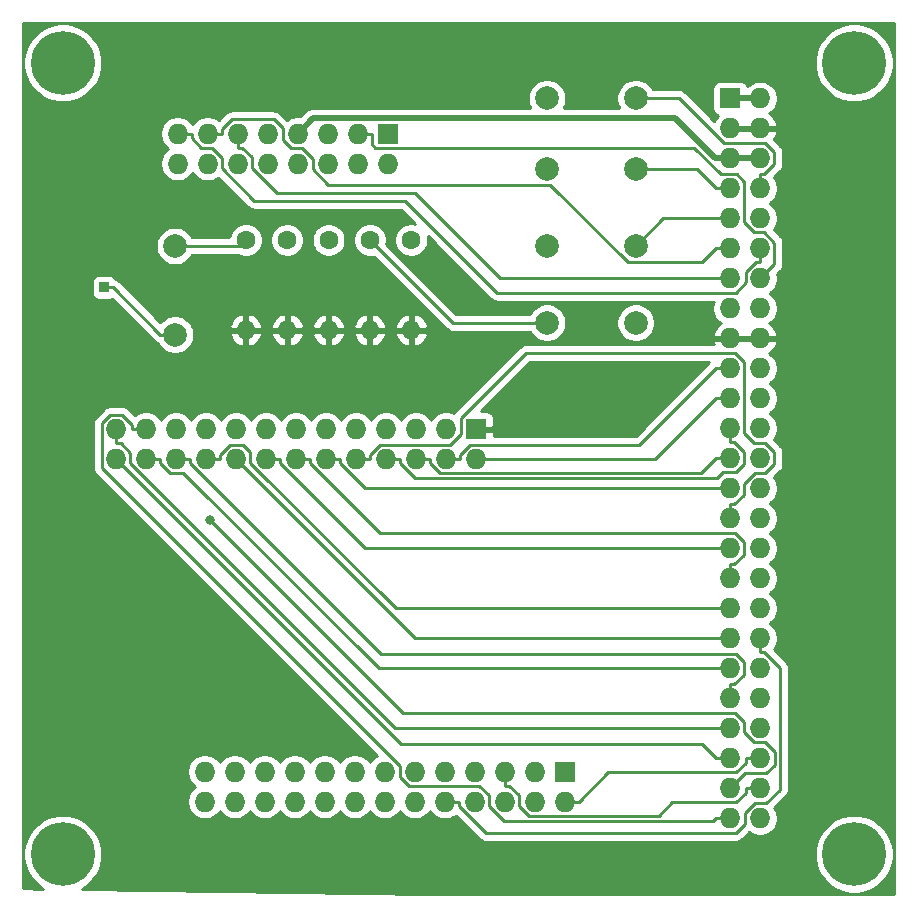
<source format=gbr>
G04 #@! TF.GenerationSoftware,KiCad,Pcbnew,(5.1.5-0-10_14)*
G04 #@! TF.CreationDate,2020-04-30T20:24:14+02:00*
G04 #@! TF.ProjectId,GORBA_LAWO_Adapter,474f5242-415f-44c4-9157-4f5f41646170,rev?*
G04 #@! TF.SameCoordinates,Original*
G04 #@! TF.FileFunction,Copper,L1,Top*
G04 #@! TF.FilePolarity,Positive*
%FSLAX46Y46*%
G04 Gerber Fmt 4.6, Leading zero omitted, Abs format (unit mm)*
G04 Created by KiCad (PCBNEW (5.1.5-0-10_14)) date 2020-04-30 20:24:14*
%MOMM*%
%LPD*%
G04 APERTURE LIST*
%ADD10C,5.400000*%
%ADD11C,1.600000*%
%ADD12O,1.600000X1.600000*%
%ADD13R,0.850000X0.850000*%
%ADD14C,2.000000*%
%ADD15O,1.727200X1.727200*%
%ADD16R,1.727200X1.727200*%
%ADD17C,0.800000*%
%ADD18C,0.250000*%
%ADD19C,0.500000*%
%ADD20C,0.254000*%
G04 APERTURE END LIST*
D10*
X101000000Y-103000000D03*
X101000000Y-36000000D03*
X34000000Y-103000000D03*
X34000000Y-36000000D03*
D11*
X49500000Y-51000000D03*
D12*
X49500000Y-58620000D03*
D11*
X53000000Y-51000000D03*
D12*
X53000000Y-58620000D03*
D11*
X56500000Y-51000000D03*
D12*
X56500000Y-58620000D03*
D11*
X60000000Y-51000000D03*
D12*
X60000000Y-58620000D03*
D11*
X63500000Y-51000000D03*
D12*
X63500000Y-58620000D03*
D13*
X37500000Y-55000000D03*
D14*
X43500000Y-51500000D03*
X43500000Y-59000000D03*
X75000000Y-39000000D03*
X82500000Y-39000000D03*
X75000000Y-51500000D03*
X82500000Y-51500000D03*
X75000000Y-58000000D03*
X82500000Y-58000000D03*
X75000000Y-45000000D03*
X82500000Y-45000000D03*
D15*
X43720000Y-44540000D03*
X43720000Y-42000000D03*
X46260000Y-44540000D03*
X46260000Y-42000000D03*
X48800000Y-44540000D03*
X48800000Y-42000000D03*
X51340000Y-44540000D03*
X51340000Y-42000000D03*
X53880000Y-44540000D03*
X53880000Y-42000000D03*
X56420000Y-44540000D03*
X56420000Y-42000000D03*
X58960000Y-44540000D03*
X58960000Y-42000000D03*
X61500000Y-44540000D03*
D16*
X61500000Y-42000000D03*
D15*
X46020000Y-98540000D03*
X46020000Y-96000000D03*
X48560000Y-98540000D03*
X48560000Y-96000000D03*
X51100000Y-98540000D03*
X51100000Y-96000000D03*
X53640000Y-98540000D03*
X53640000Y-96000000D03*
X56180000Y-98540000D03*
X56180000Y-96000000D03*
X58720000Y-98540000D03*
X58720000Y-96000000D03*
X61260000Y-98540000D03*
X61260000Y-96000000D03*
X63800000Y-98540000D03*
X63800000Y-96000000D03*
X66340000Y-98540000D03*
X66340000Y-96000000D03*
X68880000Y-98540000D03*
X68880000Y-96000000D03*
X71420000Y-98540000D03*
X71420000Y-96000000D03*
X73960000Y-98540000D03*
X73960000Y-96000000D03*
X76500000Y-98540000D03*
D16*
X76500000Y-96000000D03*
D15*
X38520000Y-69540000D03*
X38520000Y-67000000D03*
X41060000Y-69540000D03*
X41060000Y-67000000D03*
X43600000Y-69540000D03*
X43600000Y-67000000D03*
X46140000Y-69540000D03*
X46140000Y-67000000D03*
X48680000Y-69540000D03*
X48680000Y-67000000D03*
X51220000Y-69540000D03*
X51220000Y-67000000D03*
X53760000Y-69540000D03*
X53760000Y-67000000D03*
X56300000Y-69540000D03*
X56300000Y-67000000D03*
X58840000Y-69540000D03*
X58840000Y-67000000D03*
X61380000Y-69540000D03*
X61380000Y-67000000D03*
X63920000Y-69540000D03*
X63920000Y-67000000D03*
X66460000Y-69540000D03*
X66460000Y-67000000D03*
X69000000Y-69540000D03*
D16*
X69000000Y-67000000D03*
D15*
X93040000Y-99960000D03*
X90500000Y-99960000D03*
X93040000Y-97420000D03*
X90500000Y-97420000D03*
X93040000Y-94880000D03*
X90500000Y-94880000D03*
X93040000Y-92340000D03*
X90500000Y-92340000D03*
X93040000Y-89800000D03*
X90500000Y-89800000D03*
X93040000Y-87260000D03*
X90500000Y-87260000D03*
X93040000Y-84720000D03*
X90500000Y-84720000D03*
X93040000Y-82180000D03*
X90500000Y-82180000D03*
X93040000Y-79640000D03*
X90500000Y-79640000D03*
X93040000Y-77100000D03*
X90500000Y-77100000D03*
X93040000Y-74560000D03*
X90500000Y-74560000D03*
X93040000Y-72020000D03*
X90500000Y-72020000D03*
X93040000Y-69480000D03*
X90500000Y-69480000D03*
X93040000Y-66940000D03*
X90500000Y-66940000D03*
X93040000Y-64400000D03*
X90500000Y-64400000D03*
X93040000Y-61860000D03*
X90500000Y-61860000D03*
X93040000Y-59320000D03*
X90500000Y-59320000D03*
X93040000Y-56780000D03*
X90500000Y-56780000D03*
X93040000Y-54240000D03*
X90500000Y-54240000D03*
X93040000Y-51700000D03*
X90500000Y-51700000D03*
X93040000Y-49160000D03*
X90500000Y-49160000D03*
X93040000Y-46620000D03*
X90500000Y-46620000D03*
X93040000Y-44080000D03*
X90500000Y-44080000D03*
X93040000Y-41540000D03*
X90500000Y-41540000D03*
X93040000Y-39000000D03*
D16*
X90500000Y-39000000D03*
D17*
X46431300Y-74737100D03*
D18*
X90500000Y-46620000D02*
X89311100Y-46620000D01*
X89311100Y-46620000D02*
X87691100Y-45000000D01*
X87691100Y-45000000D02*
X82500000Y-45000000D01*
X75000000Y-58000000D02*
X67000000Y-58000000D01*
X67000000Y-58000000D02*
X60000000Y-51000000D01*
X90500000Y-49160000D02*
X84840000Y-49160000D01*
X84840000Y-49160000D02*
X82500000Y-51500000D01*
X93040000Y-46620000D02*
X93040000Y-45431100D01*
X93040000Y-45431100D02*
X93411500Y-45431100D01*
X93411500Y-45431100D02*
X94252600Y-44590000D01*
X94252600Y-44590000D02*
X94252600Y-43588100D01*
X94252600Y-43588100D02*
X93474500Y-42810000D01*
X93474500Y-42810000D02*
X89989800Y-42810000D01*
X89989800Y-42810000D02*
X86179800Y-39000000D01*
X86179800Y-39000000D02*
X82500000Y-39000000D01*
X43500000Y-51500000D02*
X49000000Y-51500000D01*
X49000000Y-51500000D02*
X49500000Y-51000000D01*
X37500000Y-55000000D02*
X38250300Y-55000000D01*
X43500000Y-59000000D02*
X42250300Y-59000000D01*
X42250300Y-59000000D02*
X38250300Y-55000000D01*
X41060000Y-67000000D02*
X39871100Y-67000000D01*
X90500000Y-99960000D02*
X89311100Y-99960000D01*
X89311100Y-99960000D02*
X89049100Y-100222000D01*
X89049100Y-100222000D02*
X71370000Y-100222000D01*
X71370000Y-100222000D02*
X70069000Y-98921000D01*
X70069000Y-98921000D02*
X70069000Y-97992300D01*
X70069000Y-97992300D02*
X69265700Y-97189000D01*
X69265700Y-97189000D02*
X63285700Y-97189000D01*
X63285700Y-97189000D02*
X62530000Y-96433300D01*
X62530000Y-96433300D02*
X62530000Y-95520800D01*
X62530000Y-95520800D02*
X37326500Y-70317300D01*
X37326500Y-70317300D02*
X37326500Y-66508000D01*
X37326500Y-66508000D02*
X38023400Y-65811100D01*
X38023400Y-65811100D02*
X39053800Y-65811100D01*
X39053800Y-65811100D02*
X39871100Y-66628400D01*
X39871100Y-66628400D02*
X39871100Y-67000000D01*
X93040000Y-97420000D02*
X91851100Y-97420000D01*
X71420000Y-96000000D02*
X71420000Y-97188900D01*
X91851100Y-97420000D02*
X91851100Y-97791600D01*
X91851100Y-97791600D02*
X91033800Y-98608900D01*
X91033800Y-98608900D02*
X85582200Y-98608900D01*
X85582200Y-98608900D02*
X84449900Y-99741200D01*
X84449900Y-99741200D02*
X73469500Y-99741200D01*
X73469500Y-99741200D02*
X72608900Y-98880600D01*
X72608900Y-98880600D02*
X72608900Y-98006200D01*
X72608900Y-98006200D02*
X71791600Y-97188900D01*
X71791600Y-97188900D02*
X71420000Y-97188900D01*
X90500000Y-97420000D02*
X91770000Y-96150000D01*
X91770000Y-96150000D02*
X93522000Y-96150000D01*
X93522000Y-96150000D02*
X94258800Y-95413200D01*
X94258800Y-95413200D02*
X94258800Y-94329900D01*
X94258800Y-94329900D02*
X93457900Y-93529000D01*
X93457900Y-93529000D02*
X92525700Y-93529000D01*
X92525700Y-93529000D02*
X91689000Y-92692300D01*
X91689000Y-92692300D02*
X91689000Y-91825700D01*
X91689000Y-91825700D02*
X90933300Y-91070000D01*
X90933300Y-91070000D02*
X62764200Y-91070000D01*
X62764200Y-91070000D02*
X46431300Y-74737100D01*
X93040000Y-94880000D02*
X91851100Y-94880000D01*
X76500000Y-98540000D02*
X77688900Y-98540000D01*
X77688900Y-98540000D02*
X80160000Y-96068900D01*
X80160000Y-96068900D02*
X91033800Y-96068900D01*
X91033800Y-96068900D02*
X91851100Y-95251600D01*
X91851100Y-95251600D02*
X91851100Y-94880000D01*
X90500000Y-94880000D02*
X89311100Y-94880000D01*
X89311100Y-94880000D02*
X88122200Y-93691100D01*
X88122200Y-93691100D02*
X62671100Y-93691100D01*
X62671100Y-93691100D02*
X38520000Y-69540000D01*
X38520000Y-67000000D02*
X38520000Y-68188900D01*
X90500000Y-92340000D02*
X62138400Y-92340000D01*
X62138400Y-92340000D02*
X39708900Y-69910500D01*
X39708900Y-69910500D02*
X39708900Y-69006200D01*
X39708900Y-69006200D02*
X38891600Y-68188900D01*
X38891600Y-68188900D02*
X38520000Y-68188900D01*
X43600000Y-69540000D02*
X44788900Y-69540000D01*
X90500000Y-89800000D02*
X90500000Y-88611100D01*
X90500000Y-88611100D02*
X90871500Y-88611100D01*
X90871500Y-88611100D02*
X91689000Y-87793600D01*
X91689000Y-87793600D02*
X91689000Y-86745700D01*
X91689000Y-86745700D02*
X91013000Y-86069700D01*
X91013000Y-86069700D02*
X60958300Y-86069700D01*
X60958300Y-86069700D02*
X44788900Y-69900300D01*
X44788900Y-69900300D02*
X44788900Y-69540000D01*
X41060000Y-69540000D02*
X42248900Y-69540000D01*
X90500000Y-87260000D02*
X60747800Y-87260000D01*
X60747800Y-87260000D02*
X44216700Y-70728900D01*
X44216700Y-70728900D02*
X43066200Y-70728900D01*
X43066200Y-70728900D02*
X42248900Y-69911600D01*
X42248900Y-69911600D02*
X42248900Y-69540000D01*
X93040000Y-84720000D02*
X93040000Y-85908900D01*
X66340000Y-98540000D02*
X67528900Y-98540000D01*
X93040000Y-85908900D02*
X93411500Y-85908900D01*
X93411500Y-85908900D02*
X94709200Y-87206600D01*
X94709200Y-87206600D02*
X94709200Y-97534200D01*
X94709200Y-97534200D02*
X93553400Y-98690000D01*
X93553400Y-98690000D02*
X92623300Y-98690000D01*
X92623300Y-98690000D02*
X91770000Y-99543300D01*
X91770000Y-99543300D02*
X91770000Y-100400300D01*
X91770000Y-100400300D02*
X90986700Y-101183600D01*
X90986700Y-101183600D02*
X69801000Y-101183600D01*
X69801000Y-101183600D02*
X67528900Y-98911500D01*
X67528900Y-98911500D02*
X67528900Y-98540000D01*
X90500000Y-84720000D02*
X63860000Y-84720000D01*
X63860000Y-84720000D02*
X48680000Y-69540000D01*
X46140000Y-69540000D02*
X47328900Y-69540000D01*
X90500000Y-82180000D02*
X62173200Y-82180000D01*
X62173200Y-82180000D02*
X49869000Y-69875800D01*
X49869000Y-69875800D02*
X49869000Y-68972500D01*
X49869000Y-68972500D02*
X49247600Y-68351100D01*
X49247600Y-68351100D02*
X48146200Y-68351100D01*
X48146200Y-68351100D02*
X47328900Y-69168400D01*
X47328900Y-69168400D02*
X47328900Y-69540000D01*
X53760000Y-69540000D02*
X54948900Y-69540000D01*
X90500000Y-79640000D02*
X90500000Y-78451100D01*
X90500000Y-78451100D02*
X90871500Y-78451100D01*
X90871500Y-78451100D02*
X91689000Y-77633600D01*
X91689000Y-77633600D02*
X91689000Y-76585700D01*
X91689000Y-76585700D02*
X90933300Y-75830000D01*
X90933300Y-75830000D02*
X60867400Y-75830000D01*
X60867400Y-75830000D02*
X54948900Y-69911500D01*
X54948900Y-69911500D02*
X54948900Y-69540000D01*
X51220000Y-69540000D02*
X52408900Y-69540000D01*
X90500000Y-77100000D02*
X59597400Y-77100000D01*
X59597400Y-77100000D02*
X52408900Y-69911500D01*
X52408900Y-69911500D02*
X52408900Y-69540000D01*
X58840000Y-69540000D02*
X60028900Y-69540000D01*
X90500000Y-74560000D02*
X90500000Y-73371100D01*
X90500000Y-73371100D02*
X90871600Y-73371100D01*
X90871600Y-73371100D02*
X91688900Y-72553800D01*
X91688900Y-72553800D02*
X91688900Y-71688700D01*
X91688900Y-71688700D02*
X92627600Y-70750000D01*
X92627600Y-70750000D02*
X93468200Y-70750000D01*
X93468200Y-70750000D02*
X94234000Y-69984200D01*
X94234000Y-69984200D02*
X94234000Y-68976800D01*
X94234000Y-68976800D02*
X93435500Y-68178300D01*
X93435500Y-68178300D02*
X92544200Y-68178300D01*
X92544200Y-68178300D02*
X91689000Y-67323100D01*
X91689000Y-67323100D02*
X91689000Y-61345700D01*
X91689000Y-61345700D02*
X90933300Y-60590000D01*
X90933300Y-60590000D02*
X73212200Y-60590000D01*
X73212200Y-60590000D02*
X67730000Y-66072200D01*
X67730000Y-66072200D02*
X67730000Y-67445900D01*
X67730000Y-67445900D02*
X66824800Y-68351100D01*
X66824800Y-68351100D02*
X60846200Y-68351100D01*
X60846200Y-68351100D02*
X60028900Y-69168400D01*
X60028900Y-69168400D02*
X60028900Y-69540000D01*
X56300000Y-69540000D02*
X57488900Y-69540000D01*
X90500000Y-72020000D02*
X59597400Y-72020000D01*
X59597400Y-72020000D02*
X57488900Y-69911500D01*
X57488900Y-69911500D02*
X57488900Y-69540000D01*
X89311100Y-69480000D02*
X88062200Y-70728900D01*
X88062200Y-70728900D02*
X65926200Y-70728900D01*
X65926200Y-70728900D02*
X65108900Y-69911600D01*
X65108900Y-69911600D02*
X65108900Y-69540000D01*
X63920000Y-69540000D02*
X65108900Y-69540000D01*
X90500000Y-69480000D02*
X89311100Y-69480000D01*
X90500000Y-66940000D02*
X90500000Y-68128900D01*
X61380000Y-69540000D02*
X62568900Y-69540000D01*
X62568900Y-69540000D02*
X62568900Y-69911500D01*
X62568900Y-69911500D02*
X63839700Y-71182300D01*
X63839700Y-71182300D02*
X89410300Y-71182300D01*
X89410300Y-71182300D02*
X89923600Y-70669000D01*
X89923600Y-70669000D02*
X91014300Y-70669000D01*
X91014300Y-70669000D02*
X91716300Y-69967000D01*
X91716300Y-69967000D02*
X91716300Y-68975700D01*
X91716300Y-68975700D02*
X90869500Y-68128900D01*
X90869500Y-68128900D02*
X90500000Y-68128900D01*
X90500000Y-64400000D02*
X89311100Y-64400000D01*
X89311100Y-64400000D02*
X84171100Y-69540000D01*
X84171100Y-69540000D02*
X69000000Y-69540000D01*
X66460000Y-69540000D02*
X67648900Y-69540000D01*
X90500000Y-61860000D02*
X89311100Y-61860000D01*
X89311100Y-61860000D02*
X82820000Y-68351100D01*
X82820000Y-68351100D02*
X68466200Y-68351100D01*
X68466200Y-68351100D02*
X67648900Y-69168400D01*
X67648900Y-69168400D02*
X67648900Y-69540000D01*
X58960000Y-42000000D02*
X60148900Y-42000000D01*
X93040000Y-54240000D02*
X94240400Y-53039600D01*
X94240400Y-53039600D02*
X94240400Y-51209200D01*
X94240400Y-51209200D02*
X93380200Y-50349000D01*
X93380200Y-50349000D02*
X92525700Y-50349000D01*
X92525700Y-50349000D02*
X91689000Y-49512300D01*
X91689000Y-49512300D02*
X91689000Y-46071000D01*
X91689000Y-46071000D02*
X91049000Y-45431000D01*
X91049000Y-45431000D02*
X89723400Y-45431000D01*
X89723400Y-45431000D02*
X87481300Y-43188900D01*
X87481300Y-43188900D02*
X60446100Y-43188900D01*
X60446100Y-43188900D02*
X60148900Y-42891700D01*
X60148900Y-42891700D02*
X60148900Y-42000000D01*
X48800000Y-42000000D02*
X48800000Y-43188900D01*
X90500000Y-54240000D02*
X70981700Y-54240000D01*
X70981700Y-54240000D02*
X63797300Y-47055600D01*
X63797300Y-47055600D02*
X52112200Y-47055600D01*
X52112200Y-47055600D02*
X49988900Y-44932300D01*
X49988900Y-44932300D02*
X49988900Y-44006200D01*
X49988900Y-44006200D02*
X49171600Y-43188900D01*
X49171600Y-43188900D02*
X48800000Y-43188900D01*
X43720000Y-42000000D02*
X44908900Y-42000000D01*
X93040000Y-51700000D02*
X93040000Y-52888900D01*
X93040000Y-52888900D02*
X92668400Y-52888900D01*
X92668400Y-52888900D02*
X91851100Y-53706200D01*
X91851100Y-53706200D02*
X91851100Y-54592200D01*
X91851100Y-54592200D02*
X90997900Y-55445400D01*
X90997900Y-55445400D02*
X70768900Y-55445400D01*
X70768900Y-55445400D02*
X62988000Y-47664500D01*
X62988000Y-47664500D02*
X50181800Y-47664500D01*
X50181800Y-47664500D02*
X47449000Y-44931700D01*
X47449000Y-44931700D02*
X47449000Y-44025700D01*
X47449000Y-44025700D02*
X46612200Y-43188900D01*
X46612200Y-43188900D02*
X45726200Y-43188900D01*
X45726200Y-43188900D02*
X44908900Y-42371600D01*
X44908900Y-42371600D02*
X44908900Y-42000000D01*
X90500000Y-51700000D02*
X89311100Y-51700000D01*
X46260000Y-42000000D02*
X47448900Y-42000000D01*
X47448900Y-42000000D02*
X47448900Y-41628500D01*
X47448900Y-41628500D02*
X48289600Y-40787800D01*
X48289600Y-40787800D02*
X51849000Y-40787800D01*
X51849000Y-40787800D02*
X52610000Y-41548800D01*
X52610000Y-41548800D02*
X52610000Y-42488300D01*
X52610000Y-42488300D02*
X53310600Y-43188900D01*
X53310600Y-43188900D02*
X54211500Y-43188900D01*
X54211500Y-43188900D02*
X55150000Y-44127400D01*
X55150000Y-44127400D02*
X55150000Y-45013500D01*
X55150000Y-45013500D02*
X56461900Y-46325400D01*
X56461900Y-46325400D02*
X75266300Y-46325400D01*
X75266300Y-46325400D02*
X81816200Y-52875300D01*
X81816200Y-52875300D02*
X88135800Y-52875300D01*
X88135800Y-52875300D02*
X89311100Y-51700000D01*
D19*
X90500000Y-44080000D02*
X89186100Y-44080000D01*
X89186100Y-44080000D02*
X85792100Y-40686000D01*
X85792100Y-40686000D02*
X55194000Y-40686000D01*
X55194000Y-40686000D02*
X53880000Y-42000000D01*
X93040000Y-44080000D02*
X90500000Y-44080000D01*
X90500000Y-39000000D02*
X93040000Y-39000000D01*
D20*
G36*
X104340001Y-106340000D02*
G01*
X65025862Y-106340000D01*
X35591533Y-105947542D01*
X36125939Y-105590464D01*
X36590464Y-105125939D01*
X36955439Y-104579715D01*
X37206838Y-103972784D01*
X37335000Y-103328469D01*
X37335000Y-102671531D01*
X97665000Y-102671531D01*
X97665000Y-103328469D01*
X97793162Y-103972784D01*
X98044561Y-104579715D01*
X98409536Y-105125939D01*
X98874061Y-105590464D01*
X99420285Y-105955439D01*
X100027216Y-106206838D01*
X100671531Y-106335000D01*
X101328469Y-106335000D01*
X101972784Y-106206838D01*
X102579715Y-105955439D01*
X103125939Y-105590464D01*
X103590464Y-105125939D01*
X103955439Y-104579715D01*
X104206838Y-103972784D01*
X104335000Y-103328469D01*
X104335000Y-102671531D01*
X104206838Y-102027216D01*
X103955439Y-101420285D01*
X103590464Y-100874061D01*
X103125939Y-100409536D01*
X102579715Y-100044561D01*
X101972784Y-99793162D01*
X101328469Y-99665000D01*
X100671531Y-99665000D01*
X100027216Y-99793162D01*
X99420285Y-100044561D01*
X98874061Y-100409536D01*
X98409536Y-100874061D01*
X98044561Y-101420285D01*
X97793162Y-102027216D01*
X97665000Y-102671531D01*
X37335000Y-102671531D01*
X37206838Y-102027216D01*
X36955439Y-101420285D01*
X36590464Y-100874061D01*
X36125939Y-100409536D01*
X35579715Y-100044561D01*
X34972784Y-99793162D01*
X34328469Y-99665000D01*
X33671531Y-99665000D01*
X33027216Y-99793162D01*
X32420285Y-100044561D01*
X31874061Y-100409536D01*
X31409536Y-100874061D01*
X31044561Y-101420285D01*
X30793162Y-102027216D01*
X30665000Y-102671531D01*
X30665000Y-103328469D01*
X30793162Y-103972784D01*
X31044561Y-104579715D01*
X31409536Y-105125939D01*
X31874061Y-105590464D01*
X32343656Y-105904237D01*
X30660000Y-105881789D01*
X30660000Y-66508000D01*
X36562824Y-66508000D01*
X36566501Y-66545332D01*
X36566500Y-70279977D01*
X36562824Y-70317300D01*
X36566500Y-70354622D01*
X36566500Y-70354632D01*
X36577497Y-70466285D01*
X36611966Y-70579915D01*
X36620954Y-70609546D01*
X36691526Y-70741576D01*
X36705025Y-70758024D01*
X36786499Y-70857301D01*
X36815503Y-70881104D01*
X60589893Y-94655495D01*
X60550147Y-94671958D01*
X60304698Y-94835961D01*
X60095961Y-95044698D01*
X59990000Y-95203281D01*
X59884039Y-95044698D01*
X59675302Y-94835961D01*
X59429853Y-94671958D01*
X59157125Y-94558990D01*
X58867599Y-94501400D01*
X58572401Y-94501400D01*
X58282875Y-94558990D01*
X58010147Y-94671958D01*
X57764698Y-94835961D01*
X57555961Y-95044698D01*
X57450000Y-95203281D01*
X57344039Y-95044698D01*
X57135302Y-94835961D01*
X56889853Y-94671958D01*
X56617125Y-94558990D01*
X56327599Y-94501400D01*
X56032401Y-94501400D01*
X55742875Y-94558990D01*
X55470147Y-94671958D01*
X55224698Y-94835961D01*
X55015961Y-95044698D01*
X54910000Y-95203281D01*
X54804039Y-95044698D01*
X54595302Y-94835961D01*
X54349853Y-94671958D01*
X54077125Y-94558990D01*
X53787599Y-94501400D01*
X53492401Y-94501400D01*
X53202875Y-94558990D01*
X52930147Y-94671958D01*
X52684698Y-94835961D01*
X52475961Y-95044698D01*
X52370000Y-95203281D01*
X52264039Y-95044698D01*
X52055302Y-94835961D01*
X51809853Y-94671958D01*
X51537125Y-94558990D01*
X51247599Y-94501400D01*
X50952401Y-94501400D01*
X50662875Y-94558990D01*
X50390147Y-94671958D01*
X50144698Y-94835961D01*
X49935961Y-95044698D01*
X49830000Y-95203281D01*
X49724039Y-95044698D01*
X49515302Y-94835961D01*
X49269853Y-94671958D01*
X48997125Y-94558990D01*
X48707599Y-94501400D01*
X48412401Y-94501400D01*
X48122875Y-94558990D01*
X47850147Y-94671958D01*
X47604698Y-94835961D01*
X47395961Y-95044698D01*
X47290000Y-95203281D01*
X47184039Y-95044698D01*
X46975302Y-94835961D01*
X46729853Y-94671958D01*
X46457125Y-94558990D01*
X46167599Y-94501400D01*
X45872401Y-94501400D01*
X45582875Y-94558990D01*
X45310147Y-94671958D01*
X45064698Y-94835961D01*
X44855961Y-95044698D01*
X44691958Y-95290147D01*
X44578990Y-95562875D01*
X44521400Y-95852401D01*
X44521400Y-96147599D01*
X44578990Y-96437125D01*
X44691958Y-96709853D01*
X44855961Y-96955302D01*
X45064698Y-97164039D01*
X45223281Y-97270000D01*
X45064698Y-97375961D01*
X44855961Y-97584698D01*
X44691958Y-97830147D01*
X44578990Y-98102875D01*
X44521400Y-98392401D01*
X44521400Y-98687599D01*
X44578990Y-98977125D01*
X44691958Y-99249853D01*
X44855961Y-99495302D01*
X45064698Y-99704039D01*
X45310147Y-99868042D01*
X45582875Y-99981010D01*
X45872401Y-100038600D01*
X46167599Y-100038600D01*
X46457125Y-99981010D01*
X46729853Y-99868042D01*
X46975302Y-99704039D01*
X47184039Y-99495302D01*
X47290000Y-99336719D01*
X47395961Y-99495302D01*
X47604698Y-99704039D01*
X47850147Y-99868042D01*
X48122875Y-99981010D01*
X48412401Y-100038600D01*
X48707599Y-100038600D01*
X48997125Y-99981010D01*
X49269853Y-99868042D01*
X49515302Y-99704039D01*
X49724039Y-99495302D01*
X49830000Y-99336719D01*
X49935961Y-99495302D01*
X50144698Y-99704039D01*
X50390147Y-99868042D01*
X50662875Y-99981010D01*
X50952401Y-100038600D01*
X51247599Y-100038600D01*
X51537125Y-99981010D01*
X51809853Y-99868042D01*
X52055302Y-99704039D01*
X52264039Y-99495302D01*
X52370000Y-99336719D01*
X52475961Y-99495302D01*
X52684698Y-99704039D01*
X52930147Y-99868042D01*
X53202875Y-99981010D01*
X53492401Y-100038600D01*
X53787599Y-100038600D01*
X54077125Y-99981010D01*
X54349853Y-99868042D01*
X54595302Y-99704039D01*
X54804039Y-99495302D01*
X54910000Y-99336719D01*
X55015961Y-99495302D01*
X55224698Y-99704039D01*
X55470147Y-99868042D01*
X55742875Y-99981010D01*
X56032401Y-100038600D01*
X56327599Y-100038600D01*
X56617125Y-99981010D01*
X56889853Y-99868042D01*
X57135302Y-99704039D01*
X57344039Y-99495302D01*
X57450000Y-99336719D01*
X57555961Y-99495302D01*
X57764698Y-99704039D01*
X58010147Y-99868042D01*
X58282875Y-99981010D01*
X58572401Y-100038600D01*
X58867599Y-100038600D01*
X59157125Y-99981010D01*
X59429853Y-99868042D01*
X59675302Y-99704039D01*
X59884039Y-99495302D01*
X59990000Y-99336719D01*
X60095961Y-99495302D01*
X60304698Y-99704039D01*
X60550147Y-99868042D01*
X60822875Y-99981010D01*
X61112401Y-100038600D01*
X61407599Y-100038600D01*
X61697125Y-99981010D01*
X61969853Y-99868042D01*
X62215302Y-99704039D01*
X62424039Y-99495302D01*
X62530000Y-99336719D01*
X62635961Y-99495302D01*
X62844698Y-99704039D01*
X63090147Y-99868042D01*
X63362875Y-99981010D01*
X63652401Y-100038600D01*
X63947599Y-100038600D01*
X64237125Y-99981010D01*
X64509853Y-99868042D01*
X64755302Y-99704039D01*
X64964039Y-99495302D01*
X65070000Y-99336719D01*
X65175961Y-99495302D01*
X65384698Y-99704039D01*
X65630147Y-99868042D01*
X65902875Y-99981010D01*
X66192401Y-100038600D01*
X66487599Y-100038600D01*
X66777125Y-99981010D01*
X67049853Y-99868042D01*
X67266130Y-99723531D01*
X69237201Y-101694603D01*
X69260999Y-101723601D01*
X69376724Y-101818574D01*
X69508753Y-101889146D01*
X69652014Y-101932603D01*
X69763667Y-101943600D01*
X69763675Y-101943600D01*
X69801000Y-101947276D01*
X69838325Y-101943600D01*
X90949378Y-101943600D01*
X90986700Y-101947276D01*
X91024022Y-101943600D01*
X91024033Y-101943600D01*
X91135686Y-101932603D01*
X91278947Y-101889146D01*
X91410976Y-101818574D01*
X91526701Y-101723601D01*
X91550503Y-101694598D01*
X92106498Y-101138605D01*
X92330147Y-101288042D01*
X92602875Y-101401010D01*
X92892401Y-101458600D01*
X93187599Y-101458600D01*
X93477125Y-101401010D01*
X93749853Y-101288042D01*
X93995302Y-101124039D01*
X94204039Y-100915302D01*
X94368042Y-100669853D01*
X94481010Y-100397125D01*
X94538600Y-100107599D01*
X94538600Y-99812401D01*
X94481010Y-99522875D01*
X94368042Y-99250147D01*
X94247884Y-99070317D01*
X95220203Y-98097999D01*
X95249201Y-98074201D01*
X95310097Y-97999999D01*
X95344174Y-97958477D01*
X95414746Y-97826447D01*
X95415526Y-97823874D01*
X95458203Y-97683186D01*
X95469200Y-97571533D01*
X95469200Y-97571524D01*
X95472876Y-97534201D01*
X95469200Y-97496878D01*
X95469200Y-87243923D01*
X95472876Y-87206600D01*
X95469200Y-87169277D01*
X95469200Y-87169267D01*
X95458203Y-87057614D01*
X95414746Y-86914353D01*
X95404233Y-86894685D01*
X95344174Y-86782323D01*
X95272999Y-86695597D01*
X95249201Y-86666599D01*
X95220204Y-86642802D01*
X94223531Y-85646130D01*
X94368042Y-85429853D01*
X94481010Y-85157125D01*
X94538600Y-84867599D01*
X94538600Y-84572401D01*
X94481010Y-84282875D01*
X94368042Y-84010147D01*
X94204039Y-83764698D01*
X93995302Y-83555961D01*
X93836719Y-83450000D01*
X93995302Y-83344039D01*
X94204039Y-83135302D01*
X94368042Y-82889853D01*
X94481010Y-82617125D01*
X94538600Y-82327599D01*
X94538600Y-82032401D01*
X94481010Y-81742875D01*
X94368042Y-81470147D01*
X94204039Y-81224698D01*
X93995302Y-81015961D01*
X93836719Y-80910000D01*
X93995302Y-80804039D01*
X94204039Y-80595302D01*
X94368042Y-80349853D01*
X94481010Y-80077125D01*
X94538600Y-79787599D01*
X94538600Y-79492401D01*
X94481010Y-79202875D01*
X94368042Y-78930147D01*
X94204039Y-78684698D01*
X93995302Y-78475961D01*
X93836719Y-78370000D01*
X93995302Y-78264039D01*
X94204039Y-78055302D01*
X94368042Y-77809853D01*
X94481010Y-77537125D01*
X94538600Y-77247599D01*
X94538600Y-76952401D01*
X94481010Y-76662875D01*
X94368042Y-76390147D01*
X94204039Y-76144698D01*
X93995302Y-75935961D01*
X93836719Y-75830000D01*
X93995302Y-75724039D01*
X94204039Y-75515302D01*
X94368042Y-75269853D01*
X94481010Y-74997125D01*
X94538600Y-74707599D01*
X94538600Y-74412401D01*
X94481010Y-74122875D01*
X94368042Y-73850147D01*
X94204039Y-73604698D01*
X93995302Y-73395961D01*
X93836719Y-73290000D01*
X93995302Y-73184039D01*
X94204039Y-72975302D01*
X94368042Y-72729853D01*
X94481010Y-72457125D01*
X94538600Y-72167599D01*
X94538600Y-71872401D01*
X94481010Y-71582875D01*
X94368042Y-71310147D01*
X94213758Y-71079243D01*
X94745004Y-70547998D01*
X94774001Y-70524201D01*
X94868974Y-70408476D01*
X94939546Y-70276447D01*
X94983003Y-70133186D01*
X94994000Y-70021533D01*
X94994000Y-70021525D01*
X94997676Y-69984200D01*
X94994000Y-69946875D01*
X94994000Y-69014133D01*
X94997677Y-68976800D01*
X94983003Y-68827814D01*
X94939546Y-68684553D01*
X94868974Y-68552524D01*
X94797799Y-68465797D01*
X94774001Y-68436799D01*
X94745002Y-68413001D01*
X94213357Y-67881356D01*
X94368042Y-67649853D01*
X94481010Y-67377125D01*
X94538600Y-67087599D01*
X94538600Y-66792401D01*
X94481010Y-66502875D01*
X94368042Y-66230147D01*
X94204039Y-65984698D01*
X93995302Y-65775961D01*
X93836719Y-65670000D01*
X93995302Y-65564039D01*
X94204039Y-65355302D01*
X94368042Y-65109853D01*
X94481010Y-64837125D01*
X94538600Y-64547599D01*
X94538600Y-64252401D01*
X94481010Y-63962875D01*
X94368042Y-63690147D01*
X94204039Y-63444698D01*
X93995302Y-63235961D01*
X93836719Y-63130000D01*
X93995302Y-63024039D01*
X94204039Y-62815302D01*
X94368042Y-62569853D01*
X94481010Y-62297125D01*
X94538600Y-62007599D01*
X94538600Y-61712401D01*
X94481010Y-61422875D01*
X94368042Y-61150147D01*
X94204039Y-60904698D01*
X93995302Y-60695961D01*
X93834187Y-60588308D01*
X94050293Y-60426854D01*
X94246817Y-60208488D01*
X94396964Y-59955978D01*
X94494963Y-59679027D01*
X94374464Y-59447000D01*
X93167000Y-59447000D01*
X93167000Y-59467000D01*
X92913000Y-59467000D01*
X92913000Y-59447000D01*
X90627000Y-59447000D01*
X90627000Y-59467000D01*
X90373000Y-59467000D01*
X90373000Y-59447000D01*
X89165536Y-59447000D01*
X89045037Y-59679027D01*
X89098459Y-59830000D01*
X73249533Y-59830000D01*
X73212200Y-59826323D01*
X73174867Y-59830000D01*
X73063214Y-59840997D01*
X72919953Y-59884454D01*
X72787924Y-59955026D01*
X72672199Y-60049999D01*
X72648401Y-60078997D01*
X67219003Y-65508396D01*
X67189999Y-65532199D01*
X67163869Y-65564039D01*
X67099289Y-65642729D01*
X66897125Y-65558990D01*
X66607599Y-65501400D01*
X66312401Y-65501400D01*
X66022875Y-65558990D01*
X65750147Y-65671958D01*
X65504698Y-65835961D01*
X65295961Y-66044698D01*
X65190000Y-66203281D01*
X65084039Y-66044698D01*
X64875302Y-65835961D01*
X64629853Y-65671958D01*
X64357125Y-65558990D01*
X64067599Y-65501400D01*
X63772401Y-65501400D01*
X63482875Y-65558990D01*
X63210147Y-65671958D01*
X62964698Y-65835961D01*
X62755961Y-66044698D01*
X62650000Y-66203281D01*
X62544039Y-66044698D01*
X62335302Y-65835961D01*
X62089853Y-65671958D01*
X61817125Y-65558990D01*
X61527599Y-65501400D01*
X61232401Y-65501400D01*
X60942875Y-65558990D01*
X60670147Y-65671958D01*
X60424698Y-65835961D01*
X60215961Y-66044698D01*
X60110000Y-66203281D01*
X60004039Y-66044698D01*
X59795302Y-65835961D01*
X59549853Y-65671958D01*
X59277125Y-65558990D01*
X58987599Y-65501400D01*
X58692401Y-65501400D01*
X58402875Y-65558990D01*
X58130147Y-65671958D01*
X57884698Y-65835961D01*
X57675961Y-66044698D01*
X57570000Y-66203281D01*
X57464039Y-66044698D01*
X57255302Y-65835961D01*
X57009853Y-65671958D01*
X56737125Y-65558990D01*
X56447599Y-65501400D01*
X56152401Y-65501400D01*
X55862875Y-65558990D01*
X55590147Y-65671958D01*
X55344698Y-65835961D01*
X55135961Y-66044698D01*
X55030000Y-66203281D01*
X54924039Y-66044698D01*
X54715302Y-65835961D01*
X54469853Y-65671958D01*
X54197125Y-65558990D01*
X53907599Y-65501400D01*
X53612401Y-65501400D01*
X53322875Y-65558990D01*
X53050147Y-65671958D01*
X52804698Y-65835961D01*
X52595961Y-66044698D01*
X52490000Y-66203281D01*
X52384039Y-66044698D01*
X52175302Y-65835961D01*
X51929853Y-65671958D01*
X51657125Y-65558990D01*
X51367599Y-65501400D01*
X51072401Y-65501400D01*
X50782875Y-65558990D01*
X50510147Y-65671958D01*
X50264698Y-65835961D01*
X50055961Y-66044698D01*
X49950000Y-66203281D01*
X49844039Y-66044698D01*
X49635302Y-65835961D01*
X49389853Y-65671958D01*
X49117125Y-65558990D01*
X48827599Y-65501400D01*
X48532401Y-65501400D01*
X48242875Y-65558990D01*
X47970147Y-65671958D01*
X47724698Y-65835961D01*
X47515961Y-66044698D01*
X47410000Y-66203281D01*
X47304039Y-66044698D01*
X47095302Y-65835961D01*
X46849853Y-65671958D01*
X46577125Y-65558990D01*
X46287599Y-65501400D01*
X45992401Y-65501400D01*
X45702875Y-65558990D01*
X45430147Y-65671958D01*
X45184698Y-65835961D01*
X44975961Y-66044698D01*
X44870000Y-66203281D01*
X44764039Y-66044698D01*
X44555302Y-65835961D01*
X44309853Y-65671958D01*
X44037125Y-65558990D01*
X43747599Y-65501400D01*
X43452401Y-65501400D01*
X43162875Y-65558990D01*
X42890147Y-65671958D01*
X42644698Y-65835961D01*
X42435961Y-66044698D01*
X42330000Y-66203281D01*
X42224039Y-66044698D01*
X42015302Y-65835961D01*
X41769853Y-65671958D01*
X41497125Y-65558990D01*
X41207599Y-65501400D01*
X40912401Y-65501400D01*
X40622875Y-65558990D01*
X40350147Y-65671958D01*
X40133930Y-65816429D01*
X39617603Y-65300102D01*
X39593801Y-65271099D01*
X39478076Y-65176126D01*
X39346047Y-65105554D01*
X39202786Y-65062097D01*
X39091133Y-65051100D01*
X39091122Y-65051100D01*
X39053800Y-65047424D01*
X39016478Y-65051100D01*
X38060722Y-65051100D01*
X38023399Y-65047424D01*
X37986076Y-65051100D01*
X37986067Y-65051100D01*
X37874414Y-65062097D01*
X37731153Y-65105554D01*
X37599124Y-65176126D01*
X37599122Y-65176127D01*
X37599123Y-65176127D01*
X37512396Y-65247301D01*
X37512392Y-65247305D01*
X37483399Y-65271099D01*
X37459605Y-65300092D01*
X36815497Y-65944201D01*
X36786500Y-65967999D01*
X36762702Y-65996997D01*
X36762701Y-65996998D01*
X36691526Y-66083724D01*
X36620954Y-66215754D01*
X36610264Y-66250997D01*
X36579899Y-66351101D01*
X36577498Y-66359015D01*
X36562824Y-66508000D01*
X30660000Y-66508000D01*
X30660000Y-54575000D01*
X36436928Y-54575000D01*
X36436928Y-55425000D01*
X36449188Y-55549482D01*
X36485498Y-55669180D01*
X36544463Y-55779494D01*
X36623815Y-55876185D01*
X36720506Y-55955537D01*
X36830820Y-56014502D01*
X36950518Y-56050812D01*
X37075000Y-56063072D01*
X37925000Y-56063072D01*
X38049482Y-56050812D01*
X38169180Y-56014502D01*
X38182748Y-56007249D01*
X41686501Y-59511003D01*
X41710299Y-59540001D01*
X41826024Y-59634974D01*
X41958053Y-59705546D01*
X42031802Y-59727917D01*
X42051082Y-59774463D01*
X42230013Y-60042252D01*
X42457748Y-60269987D01*
X42725537Y-60448918D01*
X43023088Y-60572168D01*
X43338967Y-60635000D01*
X43661033Y-60635000D01*
X43976912Y-60572168D01*
X44274463Y-60448918D01*
X44542252Y-60269987D01*
X44769987Y-60042252D01*
X44948918Y-59774463D01*
X45072168Y-59476912D01*
X45135000Y-59161033D01*
X45135000Y-58969040D01*
X48108091Y-58969040D01*
X48202930Y-59233881D01*
X48347615Y-59475131D01*
X48536586Y-59683519D01*
X48762580Y-59851037D01*
X49016913Y-59971246D01*
X49150961Y-60011904D01*
X49373000Y-59889915D01*
X49373000Y-58747000D01*
X49627000Y-58747000D01*
X49627000Y-59889915D01*
X49849039Y-60011904D01*
X49983087Y-59971246D01*
X50237420Y-59851037D01*
X50463414Y-59683519D01*
X50652385Y-59475131D01*
X50797070Y-59233881D01*
X50891909Y-58969040D01*
X51608091Y-58969040D01*
X51702930Y-59233881D01*
X51847615Y-59475131D01*
X52036586Y-59683519D01*
X52262580Y-59851037D01*
X52516913Y-59971246D01*
X52650961Y-60011904D01*
X52873000Y-59889915D01*
X52873000Y-58747000D01*
X53127000Y-58747000D01*
X53127000Y-59889915D01*
X53349039Y-60011904D01*
X53483087Y-59971246D01*
X53737420Y-59851037D01*
X53963414Y-59683519D01*
X54152385Y-59475131D01*
X54297070Y-59233881D01*
X54391909Y-58969040D01*
X55108091Y-58969040D01*
X55202930Y-59233881D01*
X55347615Y-59475131D01*
X55536586Y-59683519D01*
X55762580Y-59851037D01*
X56016913Y-59971246D01*
X56150961Y-60011904D01*
X56373000Y-59889915D01*
X56373000Y-58747000D01*
X56627000Y-58747000D01*
X56627000Y-59889915D01*
X56849039Y-60011904D01*
X56983087Y-59971246D01*
X57237420Y-59851037D01*
X57463414Y-59683519D01*
X57652385Y-59475131D01*
X57797070Y-59233881D01*
X57891909Y-58969040D01*
X58608091Y-58969040D01*
X58702930Y-59233881D01*
X58847615Y-59475131D01*
X59036586Y-59683519D01*
X59262580Y-59851037D01*
X59516913Y-59971246D01*
X59650961Y-60011904D01*
X59873000Y-59889915D01*
X59873000Y-58747000D01*
X60127000Y-58747000D01*
X60127000Y-59889915D01*
X60349039Y-60011904D01*
X60483087Y-59971246D01*
X60737420Y-59851037D01*
X60963414Y-59683519D01*
X61152385Y-59475131D01*
X61297070Y-59233881D01*
X61391909Y-58969040D01*
X62108091Y-58969040D01*
X62202930Y-59233881D01*
X62347615Y-59475131D01*
X62536586Y-59683519D01*
X62762580Y-59851037D01*
X63016913Y-59971246D01*
X63150961Y-60011904D01*
X63373000Y-59889915D01*
X63373000Y-58747000D01*
X63627000Y-58747000D01*
X63627000Y-59889915D01*
X63849039Y-60011904D01*
X63983087Y-59971246D01*
X64237420Y-59851037D01*
X64463414Y-59683519D01*
X64652385Y-59475131D01*
X64797070Y-59233881D01*
X64891909Y-58969040D01*
X64770624Y-58747000D01*
X63627000Y-58747000D01*
X63373000Y-58747000D01*
X62229376Y-58747000D01*
X62108091Y-58969040D01*
X61391909Y-58969040D01*
X61270624Y-58747000D01*
X60127000Y-58747000D01*
X59873000Y-58747000D01*
X58729376Y-58747000D01*
X58608091Y-58969040D01*
X57891909Y-58969040D01*
X57770624Y-58747000D01*
X56627000Y-58747000D01*
X56373000Y-58747000D01*
X55229376Y-58747000D01*
X55108091Y-58969040D01*
X54391909Y-58969040D01*
X54270624Y-58747000D01*
X53127000Y-58747000D01*
X52873000Y-58747000D01*
X51729376Y-58747000D01*
X51608091Y-58969040D01*
X50891909Y-58969040D01*
X50770624Y-58747000D01*
X49627000Y-58747000D01*
X49373000Y-58747000D01*
X48229376Y-58747000D01*
X48108091Y-58969040D01*
X45135000Y-58969040D01*
X45135000Y-58838967D01*
X45072168Y-58523088D01*
X44967733Y-58270960D01*
X48108091Y-58270960D01*
X48229376Y-58493000D01*
X49373000Y-58493000D01*
X49373000Y-57350085D01*
X49627000Y-57350085D01*
X49627000Y-58493000D01*
X50770624Y-58493000D01*
X50891909Y-58270960D01*
X51608091Y-58270960D01*
X51729376Y-58493000D01*
X52873000Y-58493000D01*
X52873000Y-57350085D01*
X53127000Y-57350085D01*
X53127000Y-58493000D01*
X54270624Y-58493000D01*
X54391909Y-58270960D01*
X55108091Y-58270960D01*
X55229376Y-58493000D01*
X56373000Y-58493000D01*
X56373000Y-57350085D01*
X56627000Y-57350085D01*
X56627000Y-58493000D01*
X57770624Y-58493000D01*
X57891909Y-58270960D01*
X58608091Y-58270960D01*
X58729376Y-58493000D01*
X59873000Y-58493000D01*
X59873000Y-57350085D01*
X60127000Y-57350085D01*
X60127000Y-58493000D01*
X61270624Y-58493000D01*
X61391909Y-58270960D01*
X62108091Y-58270960D01*
X62229376Y-58493000D01*
X63373000Y-58493000D01*
X63373000Y-57350085D01*
X63627000Y-57350085D01*
X63627000Y-58493000D01*
X64770624Y-58493000D01*
X64891909Y-58270960D01*
X64797070Y-58006119D01*
X64652385Y-57764869D01*
X64463414Y-57556481D01*
X64237420Y-57388963D01*
X63983087Y-57268754D01*
X63849039Y-57228096D01*
X63627000Y-57350085D01*
X63373000Y-57350085D01*
X63150961Y-57228096D01*
X63016913Y-57268754D01*
X62762580Y-57388963D01*
X62536586Y-57556481D01*
X62347615Y-57764869D01*
X62202930Y-58006119D01*
X62108091Y-58270960D01*
X61391909Y-58270960D01*
X61297070Y-58006119D01*
X61152385Y-57764869D01*
X60963414Y-57556481D01*
X60737420Y-57388963D01*
X60483087Y-57268754D01*
X60349039Y-57228096D01*
X60127000Y-57350085D01*
X59873000Y-57350085D01*
X59650961Y-57228096D01*
X59516913Y-57268754D01*
X59262580Y-57388963D01*
X59036586Y-57556481D01*
X58847615Y-57764869D01*
X58702930Y-58006119D01*
X58608091Y-58270960D01*
X57891909Y-58270960D01*
X57797070Y-58006119D01*
X57652385Y-57764869D01*
X57463414Y-57556481D01*
X57237420Y-57388963D01*
X56983087Y-57268754D01*
X56849039Y-57228096D01*
X56627000Y-57350085D01*
X56373000Y-57350085D01*
X56150961Y-57228096D01*
X56016913Y-57268754D01*
X55762580Y-57388963D01*
X55536586Y-57556481D01*
X55347615Y-57764869D01*
X55202930Y-58006119D01*
X55108091Y-58270960D01*
X54391909Y-58270960D01*
X54297070Y-58006119D01*
X54152385Y-57764869D01*
X53963414Y-57556481D01*
X53737420Y-57388963D01*
X53483087Y-57268754D01*
X53349039Y-57228096D01*
X53127000Y-57350085D01*
X52873000Y-57350085D01*
X52650961Y-57228096D01*
X52516913Y-57268754D01*
X52262580Y-57388963D01*
X52036586Y-57556481D01*
X51847615Y-57764869D01*
X51702930Y-58006119D01*
X51608091Y-58270960D01*
X50891909Y-58270960D01*
X50797070Y-58006119D01*
X50652385Y-57764869D01*
X50463414Y-57556481D01*
X50237420Y-57388963D01*
X49983087Y-57268754D01*
X49849039Y-57228096D01*
X49627000Y-57350085D01*
X49373000Y-57350085D01*
X49150961Y-57228096D01*
X49016913Y-57268754D01*
X48762580Y-57388963D01*
X48536586Y-57556481D01*
X48347615Y-57764869D01*
X48202930Y-58006119D01*
X48108091Y-58270960D01*
X44967733Y-58270960D01*
X44948918Y-58225537D01*
X44769987Y-57957748D01*
X44542252Y-57730013D01*
X44274463Y-57551082D01*
X43976912Y-57427832D01*
X43661033Y-57365000D01*
X43338967Y-57365000D01*
X43023088Y-57427832D01*
X42725537Y-57551082D01*
X42457748Y-57730013D01*
X42256431Y-57931330D01*
X38814104Y-54489003D01*
X38790301Y-54459999D01*
X38674576Y-54365026D01*
X38542547Y-54294454D01*
X38485875Y-54277263D01*
X38455537Y-54220506D01*
X38376185Y-54123815D01*
X38279494Y-54044463D01*
X38169180Y-53985498D01*
X38049482Y-53949188D01*
X37925000Y-53936928D01*
X37075000Y-53936928D01*
X36950518Y-53949188D01*
X36830820Y-53985498D01*
X36720506Y-54044463D01*
X36623815Y-54123815D01*
X36544463Y-54220506D01*
X36485498Y-54330820D01*
X36449188Y-54450518D01*
X36436928Y-54575000D01*
X30660000Y-54575000D01*
X30660000Y-51338967D01*
X41865000Y-51338967D01*
X41865000Y-51661033D01*
X41927832Y-51976912D01*
X42051082Y-52274463D01*
X42230013Y-52542252D01*
X42457748Y-52769987D01*
X42725537Y-52948918D01*
X43023088Y-53072168D01*
X43338967Y-53135000D01*
X43661033Y-53135000D01*
X43976912Y-53072168D01*
X44274463Y-52948918D01*
X44542252Y-52769987D01*
X44769987Y-52542252D01*
X44948918Y-52274463D01*
X44954909Y-52260000D01*
X48802793Y-52260000D01*
X48820273Y-52271680D01*
X49081426Y-52379853D01*
X49358665Y-52435000D01*
X49641335Y-52435000D01*
X49918574Y-52379853D01*
X50179727Y-52271680D01*
X50414759Y-52114637D01*
X50614637Y-51914759D01*
X50771680Y-51679727D01*
X50879853Y-51418574D01*
X50935000Y-51141335D01*
X50935000Y-50858665D01*
X51565000Y-50858665D01*
X51565000Y-51141335D01*
X51620147Y-51418574D01*
X51728320Y-51679727D01*
X51885363Y-51914759D01*
X52085241Y-52114637D01*
X52320273Y-52271680D01*
X52581426Y-52379853D01*
X52858665Y-52435000D01*
X53141335Y-52435000D01*
X53418574Y-52379853D01*
X53679727Y-52271680D01*
X53914759Y-52114637D01*
X54114637Y-51914759D01*
X54271680Y-51679727D01*
X54379853Y-51418574D01*
X54435000Y-51141335D01*
X54435000Y-50858665D01*
X55065000Y-50858665D01*
X55065000Y-51141335D01*
X55120147Y-51418574D01*
X55228320Y-51679727D01*
X55385363Y-51914759D01*
X55585241Y-52114637D01*
X55820273Y-52271680D01*
X56081426Y-52379853D01*
X56358665Y-52435000D01*
X56641335Y-52435000D01*
X56918574Y-52379853D01*
X57179727Y-52271680D01*
X57414759Y-52114637D01*
X57614637Y-51914759D01*
X57771680Y-51679727D01*
X57879853Y-51418574D01*
X57935000Y-51141335D01*
X57935000Y-50858665D01*
X58565000Y-50858665D01*
X58565000Y-51141335D01*
X58620147Y-51418574D01*
X58728320Y-51679727D01*
X58885363Y-51914759D01*
X59085241Y-52114637D01*
X59320273Y-52271680D01*
X59581426Y-52379853D01*
X59858665Y-52435000D01*
X60141335Y-52435000D01*
X60323887Y-52398688D01*
X66436201Y-58511003D01*
X66459999Y-58540001D01*
X66488997Y-58563799D01*
X66575723Y-58634974D01*
X66667485Y-58684022D01*
X66707753Y-58705546D01*
X66851014Y-58749003D01*
X66962667Y-58760000D01*
X66962677Y-58760000D01*
X67000000Y-58763676D01*
X67037323Y-58760000D01*
X73545091Y-58760000D01*
X73551082Y-58774463D01*
X73730013Y-59042252D01*
X73957748Y-59269987D01*
X74225537Y-59448918D01*
X74523088Y-59572168D01*
X74838967Y-59635000D01*
X75161033Y-59635000D01*
X75476912Y-59572168D01*
X75774463Y-59448918D01*
X76042252Y-59269987D01*
X76269987Y-59042252D01*
X76448918Y-58774463D01*
X76572168Y-58476912D01*
X76635000Y-58161033D01*
X76635000Y-57838967D01*
X80865000Y-57838967D01*
X80865000Y-58161033D01*
X80927832Y-58476912D01*
X81051082Y-58774463D01*
X81230013Y-59042252D01*
X81457748Y-59269987D01*
X81725537Y-59448918D01*
X82023088Y-59572168D01*
X82338967Y-59635000D01*
X82661033Y-59635000D01*
X82976912Y-59572168D01*
X83274463Y-59448918D01*
X83542252Y-59269987D01*
X83769987Y-59042252D01*
X83948918Y-58774463D01*
X84072168Y-58476912D01*
X84135000Y-58161033D01*
X84135000Y-57838967D01*
X84072168Y-57523088D01*
X83948918Y-57225537D01*
X83769987Y-56957748D01*
X83542252Y-56730013D01*
X83274463Y-56551082D01*
X82976912Y-56427832D01*
X82661033Y-56365000D01*
X82338967Y-56365000D01*
X82023088Y-56427832D01*
X81725537Y-56551082D01*
X81457748Y-56730013D01*
X81230013Y-56957748D01*
X81051082Y-57225537D01*
X80927832Y-57523088D01*
X80865000Y-57838967D01*
X76635000Y-57838967D01*
X76572168Y-57523088D01*
X76448918Y-57225537D01*
X76269987Y-56957748D01*
X76042252Y-56730013D01*
X75774463Y-56551082D01*
X75476912Y-56427832D01*
X75161033Y-56365000D01*
X74838967Y-56365000D01*
X74523088Y-56427832D01*
X74225537Y-56551082D01*
X73957748Y-56730013D01*
X73730013Y-56957748D01*
X73551082Y-57225537D01*
X73545091Y-57240000D01*
X67314802Y-57240000D01*
X61398688Y-51323887D01*
X61435000Y-51141335D01*
X61435000Y-50858665D01*
X61379853Y-50581426D01*
X61271680Y-50320273D01*
X61114637Y-50085241D01*
X60914759Y-49885363D01*
X60679727Y-49728320D01*
X60418574Y-49620147D01*
X60141335Y-49565000D01*
X59858665Y-49565000D01*
X59581426Y-49620147D01*
X59320273Y-49728320D01*
X59085241Y-49885363D01*
X58885363Y-50085241D01*
X58728320Y-50320273D01*
X58620147Y-50581426D01*
X58565000Y-50858665D01*
X57935000Y-50858665D01*
X57879853Y-50581426D01*
X57771680Y-50320273D01*
X57614637Y-50085241D01*
X57414759Y-49885363D01*
X57179727Y-49728320D01*
X56918574Y-49620147D01*
X56641335Y-49565000D01*
X56358665Y-49565000D01*
X56081426Y-49620147D01*
X55820273Y-49728320D01*
X55585241Y-49885363D01*
X55385363Y-50085241D01*
X55228320Y-50320273D01*
X55120147Y-50581426D01*
X55065000Y-50858665D01*
X54435000Y-50858665D01*
X54379853Y-50581426D01*
X54271680Y-50320273D01*
X54114637Y-50085241D01*
X53914759Y-49885363D01*
X53679727Y-49728320D01*
X53418574Y-49620147D01*
X53141335Y-49565000D01*
X52858665Y-49565000D01*
X52581426Y-49620147D01*
X52320273Y-49728320D01*
X52085241Y-49885363D01*
X51885363Y-50085241D01*
X51728320Y-50320273D01*
X51620147Y-50581426D01*
X51565000Y-50858665D01*
X50935000Y-50858665D01*
X50879853Y-50581426D01*
X50771680Y-50320273D01*
X50614637Y-50085241D01*
X50414759Y-49885363D01*
X50179727Y-49728320D01*
X49918574Y-49620147D01*
X49641335Y-49565000D01*
X49358665Y-49565000D01*
X49081426Y-49620147D01*
X48820273Y-49728320D01*
X48585241Y-49885363D01*
X48385363Y-50085241D01*
X48228320Y-50320273D01*
X48120147Y-50581426D01*
X48088604Y-50740000D01*
X44954909Y-50740000D01*
X44948918Y-50725537D01*
X44769987Y-50457748D01*
X44542252Y-50230013D01*
X44274463Y-50051082D01*
X43976912Y-49927832D01*
X43661033Y-49865000D01*
X43338967Y-49865000D01*
X43023088Y-49927832D01*
X42725537Y-50051082D01*
X42457748Y-50230013D01*
X42230013Y-50457748D01*
X42051082Y-50725537D01*
X41927832Y-51023088D01*
X41865000Y-51338967D01*
X30660000Y-51338967D01*
X30660000Y-41852401D01*
X42221400Y-41852401D01*
X42221400Y-42147599D01*
X42278990Y-42437125D01*
X42391958Y-42709853D01*
X42555961Y-42955302D01*
X42764698Y-43164039D01*
X42923281Y-43270000D01*
X42764698Y-43375961D01*
X42555961Y-43584698D01*
X42391958Y-43830147D01*
X42278990Y-44102875D01*
X42221400Y-44392401D01*
X42221400Y-44687599D01*
X42278990Y-44977125D01*
X42391958Y-45249853D01*
X42555961Y-45495302D01*
X42764698Y-45704039D01*
X43010147Y-45868042D01*
X43282875Y-45981010D01*
X43572401Y-46038600D01*
X43867599Y-46038600D01*
X44157125Y-45981010D01*
X44429853Y-45868042D01*
X44675302Y-45704039D01*
X44884039Y-45495302D01*
X44990000Y-45336719D01*
X45095961Y-45495302D01*
X45304698Y-45704039D01*
X45550147Y-45868042D01*
X45822875Y-45981010D01*
X46112401Y-46038600D01*
X46407599Y-46038600D01*
X46697125Y-45981010D01*
X46969853Y-45868042D01*
X47174081Y-45731582D01*
X49618000Y-48175502D01*
X49641799Y-48204501D01*
X49757524Y-48299474D01*
X49889553Y-48370046D01*
X50032814Y-48413503D01*
X50144467Y-48424500D01*
X50144477Y-48424500D01*
X50181800Y-48428176D01*
X50219123Y-48424500D01*
X62673199Y-48424500D01*
X63856498Y-49607799D01*
X63641335Y-49565000D01*
X63358665Y-49565000D01*
X63081426Y-49620147D01*
X62820273Y-49728320D01*
X62585241Y-49885363D01*
X62385363Y-50085241D01*
X62228320Y-50320273D01*
X62120147Y-50581426D01*
X62065000Y-50858665D01*
X62065000Y-51141335D01*
X62120147Y-51418574D01*
X62228320Y-51679727D01*
X62385363Y-51914759D01*
X62585241Y-52114637D01*
X62820273Y-52271680D01*
X63081426Y-52379853D01*
X63358665Y-52435000D01*
X63641335Y-52435000D01*
X63918574Y-52379853D01*
X64179727Y-52271680D01*
X64414759Y-52114637D01*
X64614637Y-51914759D01*
X64771680Y-51679727D01*
X64879853Y-51418574D01*
X64935000Y-51141335D01*
X64935000Y-50858665D01*
X64892201Y-50643502D01*
X70205101Y-55956403D01*
X70228899Y-55985401D01*
X70344624Y-56080374D01*
X70476653Y-56150946D01*
X70619914Y-56194403D01*
X70731567Y-56205400D01*
X70731576Y-56205400D01*
X70768899Y-56209076D01*
X70806222Y-56205400D01*
X89115934Y-56205400D01*
X89058990Y-56342875D01*
X89001400Y-56632401D01*
X89001400Y-56927599D01*
X89058990Y-57217125D01*
X89171958Y-57489853D01*
X89335961Y-57735302D01*
X89544698Y-57944039D01*
X89705813Y-58051692D01*
X89489707Y-58213146D01*
X89293183Y-58431512D01*
X89143036Y-58684022D01*
X89045037Y-58960973D01*
X89165536Y-59193000D01*
X90373000Y-59193000D01*
X90373000Y-59173000D01*
X90627000Y-59173000D01*
X90627000Y-59193000D01*
X92913000Y-59193000D01*
X92913000Y-59173000D01*
X93167000Y-59173000D01*
X93167000Y-59193000D01*
X94374464Y-59193000D01*
X94494963Y-58960973D01*
X94396964Y-58684022D01*
X94246817Y-58431512D01*
X94050293Y-58213146D01*
X93834187Y-58051692D01*
X93995302Y-57944039D01*
X94204039Y-57735302D01*
X94368042Y-57489853D01*
X94481010Y-57217125D01*
X94538600Y-56927599D01*
X94538600Y-56632401D01*
X94481010Y-56342875D01*
X94368042Y-56070147D01*
X94204039Y-55824698D01*
X93995302Y-55615961D01*
X93836719Y-55510000D01*
X93995302Y-55404039D01*
X94204039Y-55195302D01*
X94368042Y-54949853D01*
X94481010Y-54677125D01*
X94538600Y-54387599D01*
X94538600Y-54092401D01*
X94492776Y-53862026D01*
X94751404Y-53603398D01*
X94780401Y-53579601D01*
X94826135Y-53523874D01*
X94875374Y-53463877D01*
X94945946Y-53331847D01*
X94961089Y-53281925D01*
X94989403Y-53188586D01*
X95000400Y-53076933D01*
X95000400Y-53076923D01*
X95004076Y-53039600D01*
X95000400Y-53002277D01*
X95000400Y-51246533D01*
X95004077Y-51209200D01*
X94989403Y-51060214D01*
X94945946Y-50916953D01*
X94875374Y-50784924D01*
X94804199Y-50698197D01*
X94780401Y-50669199D01*
X94751403Y-50645401D01*
X94210954Y-50104953D01*
X94368042Y-49869853D01*
X94481010Y-49597125D01*
X94538600Y-49307599D01*
X94538600Y-49012401D01*
X94481010Y-48722875D01*
X94368042Y-48450147D01*
X94204039Y-48204698D01*
X93995302Y-47995961D01*
X93836719Y-47890000D01*
X93995302Y-47784039D01*
X94204039Y-47575302D01*
X94368042Y-47329853D01*
X94481010Y-47057125D01*
X94538600Y-46767599D01*
X94538600Y-46472401D01*
X94481010Y-46182875D01*
X94368042Y-45910147D01*
X94223531Y-45693870D01*
X94763604Y-45153798D01*
X94792601Y-45130001D01*
X94818932Y-45097917D01*
X94887574Y-45014277D01*
X94958146Y-44882247D01*
X94967620Y-44851014D01*
X95001603Y-44738986D01*
X95012600Y-44627333D01*
X95012600Y-44627324D01*
X95016276Y-44590001D01*
X95012600Y-44552678D01*
X95012600Y-43625433D01*
X95016277Y-43588100D01*
X95007765Y-43501672D01*
X95001603Y-43439114D01*
X94958146Y-43295853D01*
X94887574Y-43163824D01*
X94792601Y-43048099D01*
X94763602Y-43024301D01*
X94209383Y-42470082D01*
X94246817Y-42428488D01*
X94396964Y-42175978D01*
X94494963Y-41899027D01*
X94374464Y-41667000D01*
X93167000Y-41667000D01*
X93167000Y-41687000D01*
X92913000Y-41687000D01*
X92913000Y-41667000D01*
X90627000Y-41667000D01*
X90627000Y-41687000D01*
X90373000Y-41687000D01*
X90373000Y-41667000D01*
X90353000Y-41667000D01*
X90353000Y-41413000D01*
X90373000Y-41413000D01*
X90373000Y-41393000D01*
X90627000Y-41393000D01*
X90627000Y-41413000D01*
X92913000Y-41413000D01*
X92913000Y-41393000D01*
X93167000Y-41393000D01*
X93167000Y-41413000D01*
X94374464Y-41413000D01*
X94494963Y-41180973D01*
X94396964Y-40904022D01*
X94246817Y-40651512D01*
X94050293Y-40433146D01*
X93834187Y-40271692D01*
X93995302Y-40164039D01*
X94204039Y-39955302D01*
X94368042Y-39709853D01*
X94481010Y-39437125D01*
X94538600Y-39147599D01*
X94538600Y-38852401D01*
X94481010Y-38562875D01*
X94368042Y-38290147D01*
X94204039Y-38044698D01*
X93995302Y-37835961D01*
X93749853Y-37671958D01*
X93477125Y-37558990D01*
X93187599Y-37501400D01*
X92892401Y-37501400D01*
X92602875Y-37558990D01*
X92330147Y-37671958D01*
X92084698Y-37835961D01*
X91970636Y-37950023D01*
X91953102Y-37892220D01*
X91894137Y-37781906D01*
X91814785Y-37685215D01*
X91718094Y-37605863D01*
X91607780Y-37546898D01*
X91488082Y-37510588D01*
X91363600Y-37498328D01*
X89636400Y-37498328D01*
X89511918Y-37510588D01*
X89392220Y-37546898D01*
X89281906Y-37605863D01*
X89185215Y-37685215D01*
X89105863Y-37781906D01*
X89046898Y-37892220D01*
X89010588Y-38011918D01*
X88998328Y-38136400D01*
X88998328Y-39863600D01*
X89010588Y-39988082D01*
X89046898Y-40107780D01*
X89105863Y-40218094D01*
X89185215Y-40314785D01*
X89281906Y-40394137D01*
X89392220Y-40453102D01*
X89454692Y-40472053D01*
X89293183Y-40651512D01*
X89148848Y-40894247D01*
X86743604Y-38489003D01*
X86719801Y-38459999D01*
X86604076Y-38365026D01*
X86472047Y-38294454D01*
X86328786Y-38250997D01*
X86217133Y-38240000D01*
X86217122Y-38240000D01*
X86179800Y-38236324D01*
X86142478Y-38240000D01*
X83954909Y-38240000D01*
X83948918Y-38225537D01*
X83769987Y-37957748D01*
X83542252Y-37730013D01*
X83274463Y-37551082D01*
X82976912Y-37427832D01*
X82661033Y-37365000D01*
X82338967Y-37365000D01*
X82023088Y-37427832D01*
X81725537Y-37551082D01*
X81457748Y-37730013D01*
X81230013Y-37957748D01*
X81051082Y-38225537D01*
X80927832Y-38523088D01*
X80865000Y-38838967D01*
X80865000Y-39161033D01*
X80927832Y-39476912D01*
X81051082Y-39774463D01*
X81068813Y-39801000D01*
X76431187Y-39801000D01*
X76448918Y-39774463D01*
X76572168Y-39476912D01*
X76635000Y-39161033D01*
X76635000Y-38838967D01*
X76572168Y-38523088D01*
X76448918Y-38225537D01*
X76269987Y-37957748D01*
X76042252Y-37730013D01*
X75774463Y-37551082D01*
X75476912Y-37427832D01*
X75161033Y-37365000D01*
X74838967Y-37365000D01*
X74523088Y-37427832D01*
X74225537Y-37551082D01*
X73957748Y-37730013D01*
X73730013Y-37957748D01*
X73551082Y-38225537D01*
X73427832Y-38523088D01*
X73365000Y-38838967D01*
X73365000Y-39161033D01*
X73427832Y-39476912D01*
X73551082Y-39774463D01*
X73568813Y-39801000D01*
X55237469Y-39801000D01*
X55194000Y-39796719D01*
X55150531Y-39801000D01*
X55150523Y-39801000D01*
X55020510Y-39813805D01*
X54853686Y-39864411D01*
X54699941Y-39946589D01*
X54598953Y-40029468D01*
X54598951Y-40029470D01*
X54565183Y-40057183D01*
X54537470Y-40090951D01*
X54110526Y-40517895D01*
X54027599Y-40501400D01*
X53732401Y-40501400D01*
X53442875Y-40558990D01*
X53170147Y-40671958D01*
X52953031Y-40817029D01*
X52412803Y-40276802D01*
X52389001Y-40247799D01*
X52273276Y-40152826D01*
X52141247Y-40082254D01*
X51997986Y-40038797D01*
X51886333Y-40027800D01*
X51886322Y-40027800D01*
X51849000Y-40024124D01*
X51811678Y-40027800D01*
X48326922Y-40027800D01*
X48289599Y-40024124D01*
X48252276Y-40027800D01*
X48252267Y-40027800D01*
X48140614Y-40038797D01*
X47997353Y-40082254D01*
X47865324Y-40152826D01*
X47749599Y-40247799D01*
X47725801Y-40276797D01*
X47186130Y-40816469D01*
X46969853Y-40671958D01*
X46697125Y-40558990D01*
X46407599Y-40501400D01*
X46112401Y-40501400D01*
X45822875Y-40558990D01*
X45550147Y-40671958D01*
X45304698Y-40835961D01*
X45095961Y-41044698D01*
X44990000Y-41203281D01*
X44884039Y-41044698D01*
X44675302Y-40835961D01*
X44429853Y-40671958D01*
X44157125Y-40558990D01*
X43867599Y-40501400D01*
X43572401Y-40501400D01*
X43282875Y-40558990D01*
X43010147Y-40671958D01*
X42764698Y-40835961D01*
X42555961Y-41044698D01*
X42391958Y-41290147D01*
X42278990Y-41562875D01*
X42221400Y-41852401D01*
X30660000Y-41852401D01*
X30660000Y-35671531D01*
X30665000Y-35671531D01*
X30665000Y-36328469D01*
X30793162Y-36972784D01*
X31044561Y-37579715D01*
X31409536Y-38125939D01*
X31874061Y-38590464D01*
X32420285Y-38955439D01*
X33027216Y-39206838D01*
X33671531Y-39335000D01*
X34328469Y-39335000D01*
X34972784Y-39206838D01*
X35579715Y-38955439D01*
X36125939Y-38590464D01*
X36590464Y-38125939D01*
X36955439Y-37579715D01*
X37206838Y-36972784D01*
X37335000Y-36328469D01*
X37335000Y-35671531D01*
X97665000Y-35671531D01*
X97665000Y-36328469D01*
X97793162Y-36972784D01*
X98044561Y-37579715D01*
X98409536Y-38125939D01*
X98874061Y-38590464D01*
X99420285Y-38955439D01*
X100027216Y-39206838D01*
X100671531Y-39335000D01*
X101328469Y-39335000D01*
X101972784Y-39206838D01*
X102579715Y-38955439D01*
X103125939Y-38590464D01*
X103590464Y-38125939D01*
X103955439Y-37579715D01*
X104206838Y-36972784D01*
X104335000Y-36328469D01*
X104335000Y-35671531D01*
X104206838Y-35027216D01*
X103955439Y-34420285D01*
X103590464Y-33874061D01*
X103125939Y-33409536D01*
X102579715Y-33044561D01*
X101972784Y-32793162D01*
X101328469Y-32665000D01*
X100671531Y-32665000D01*
X100027216Y-32793162D01*
X99420285Y-33044561D01*
X98874061Y-33409536D01*
X98409536Y-33874061D01*
X98044561Y-34420285D01*
X97793162Y-35027216D01*
X97665000Y-35671531D01*
X37335000Y-35671531D01*
X37206838Y-35027216D01*
X36955439Y-34420285D01*
X36590464Y-33874061D01*
X36125939Y-33409536D01*
X35579715Y-33044561D01*
X34972784Y-32793162D01*
X34328469Y-32665000D01*
X33671531Y-32665000D01*
X33027216Y-32793162D01*
X32420285Y-33044561D01*
X31874061Y-33409536D01*
X31409536Y-33874061D01*
X31044561Y-34420285D01*
X30793162Y-35027216D01*
X30665000Y-35671531D01*
X30660000Y-35671531D01*
X30660000Y-32660000D01*
X104340000Y-32660000D01*
X104340001Y-106340000D01*
G37*
X104340001Y-106340000D02*
X65025862Y-106340000D01*
X35591533Y-105947542D01*
X36125939Y-105590464D01*
X36590464Y-105125939D01*
X36955439Y-104579715D01*
X37206838Y-103972784D01*
X37335000Y-103328469D01*
X37335000Y-102671531D01*
X97665000Y-102671531D01*
X97665000Y-103328469D01*
X97793162Y-103972784D01*
X98044561Y-104579715D01*
X98409536Y-105125939D01*
X98874061Y-105590464D01*
X99420285Y-105955439D01*
X100027216Y-106206838D01*
X100671531Y-106335000D01*
X101328469Y-106335000D01*
X101972784Y-106206838D01*
X102579715Y-105955439D01*
X103125939Y-105590464D01*
X103590464Y-105125939D01*
X103955439Y-104579715D01*
X104206838Y-103972784D01*
X104335000Y-103328469D01*
X104335000Y-102671531D01*
X104206838Y-102027216D01*
X103955439Y-101420285D01*
X103590464Y-100874061D01*
X103125939Y-100409536D01*
X102579715Y-100044561D01*
X101972784Y-99793162D01*
X101328469Y-99665000D01*
X100671531Y-99665000D01*
X100027216Y-99793162D01*
X99420285Y-100044561D01*
X98874061Y-100409536D01*
X98409536Y-100874061D01*
X98044561Y-101420285D01*
X97793162Y-102027216D01*
X97665000Y-102671531D01*
X37335000Y-102671531D01*
X37206838Y-102027216D01*
X36955439Y-101420285D01*
X36590464Y-100874061D01*
X36125939Y-100409536D01*
X35579715Y-100044561D01*
X34972784Y-99793162D01*
X34328469Y-99665000D01*
X33671531Y-99665000D01*
X33027216Y-99793162D01*
X32420285Y-100044561D01*
X31874061Y-100409536D01*
X31409536Y-100874061D01*
X31044561Y-101420285D01*
X30793162Y-102027216D01*
X30665000Y-102671531D01*
X30665000Y-103328469D01*
X30793162Y-103972784D01*
X31044561Y-104579715D01*
X31409536Y-105125939D01*
X31874061Y-105590464D01*
X32343656Y-105904237D01*
X30660000Y-105881789D01*
X30660000Y-66508000D01*
X36562824Y-66508000D01*
X36566501Y-66545332D01*
X36566500Y-70279977D01*
X36562824Y-70317300D01*
X36566500Y-70354622D01*
X36566500Y-70354632D01*
X36577497Y-70466285D01*
X36611966Y-70579915D01*
X36620954Y-70609546D01*
X36691526Y-70741576D01*
X36705025Y-70758024D01*
X36786499Y-70857301D01*
X36815503Y-70881104D01*
X60589893Y-94655495D01*
X60550147Y-94671958D01*
X60304698Y-94835961D01*
X60095961Y-95044698D01*
X59990000Y-95203281D01*
X59884039Y-95044698D01*
X59675302Y-94835961D01*
X59429853Y-94671958D01*
X59157125Y-94558990D01*
X58867599Y-94501400D01*
X58572401Y-94501400D01*
X58282875Y-94558990D01*
X58010147Y-94671958D01*
X57764698Y-94835961D01*
X57555961Y-95044698D01*
X57450000Y-95203281D01*
X57344039Y-95044698D01*
X57135302Y-94835961D01*
X56889853Y-94671958D01*
X56617125Y-94558990D01*
X56327599Y-94501400D01*
X56032401Y-94501400D01*
X55742875Y-94558990D01*
X55470147Y-94671958D01*
X55224698Y-94835961D01*
X55015961Y-95044698D01*
X54910000Y-95203281D01*
X54804039Y-95044698D01*
X54595302Y-94835961D01*
X54349853Y-94671958D01*
X54077125Y-94558990D01*
X53787599Y-94501400D01*
X53492401Y-94501400D01*
X53202875Y-94558990D01*
X52930147Y-94671958D01*
X52684698Y-94835961D01*
X52475961Y-95044698D01*
X52370000Y-95203281D01*
X52264039Y-95044698D01*
X52055302Y-94835961D01*
X51809853Y-94671958D01*
X51537125Y-94558990D01*
X51247599Y-94501400D01*
X50952401Y-94501400D01*
X50662875Y-94558990D01*
X50390147Y-94671958D01*
X50144698Y-94835961D01*
X49935961Y-95044698D01*
X49830000Y-95203281D01*
X49724039Y-95044698D01*
X49515302Y-94835961D01*
X49269853Y-94671958D01*
X48997125Y-94558990D01*
X48707599Y-94501400D01*
X48412401Y-94501400D01*
X48122875Y-94558990D01*
X47850147Y-94671958D01*
X47604698Y-94835961D01*
X47395961Y-95044698D01*
X47290000Y-95203281D01*
X47184039Y-95044698D01*
X46975302Y-94835961D01*
X46729853Y-94671958D01*
X46457125Y-94558990D01*
X46167599Y-94501400D01*
X45872401Y-94501400D01*
X45582875Y-94558990D01*
X45310147Y-94671958D01*
X45064698Y-94835961D01*
X44855961Y-95044698D01*
X44691958Y-95290147D01*
X44578990Y-95562875D01*
X44521400Y-95852401D01*
X44521400Y-96147599D01*
X44578990Y-96437125D01*
X44691958Y-96709853D01*
X44855961Y-96955302D01*
X45064698Y-97164039D01*
X45223281Y-97270000D01*
X45064698Y-97375961D01*
X44855961Y-97584698D01*
X44691958Y-97830147D01*
X44578990Y-98102875D01*
X44521400Y-98392401D01*
X44521400Y-98687599D01*
X44578990Y-98977125D01*
X44691958Y-99249853D01*
X44855961Y-99495302D01*
X45064698Y-99704039D01*
X45310147Y-99868042D01*
X45582875Y-99981010D01*
X45872401Y-100038600D01*
X46167599Y-100038600D01*
X46457125Y-99981010D01*
X46729853Y-99868042D01*
X46975302Y-99704039D01*
X47184039Y-99495302D01*
X47290000Y-99336719D01*
X47395961Y-99495302D01*
X47604698Y-99704039D01*
X47850147Y-99868042D01*
X48122875Y-99981010D01*
X48412401Y-100038600D01*
X48707599Y-100038600D01*
X48997125Y-99981010D01*
X49269853Y-99868042D01*
X49515302Y-99704039D01*
X49724039Y-99495302D01*
X49830000Y-99336719D01*
X49935961Y-99495302D01*
X50144698Y-99704039D01*
X50390147Y-99868042D01*
X50662875Y-99981010D01*
X50952401Y-100038600D01*
X51247599Y-100038600D01*
X51537125Y-99981010D01*
X51809853Y-99868042D01*
X52055302Y-99704039D01*
X52264039Y-99495302D01*
X52370000Y-99336719D01*
X52475961Y-99495302D01*
X52684698Y-99704039D01*
X52930147Y-99868042D01*
X53202875Y-99981010D01*
X53492401Y-100038600D01*
X53787599Y-100038600D01*
X54077125Y-99981010D01*
X54349853Y-99868042D01*
X54595302Y-99704039D01*
X54804039Y-99495302D01*
X54910000Y-99336719D01*
X55015961Y-99495302D01*
X55224698Y-99704039D01*
X55470147Y-99868042D01*
X55742875Y-99981010D01*
X56032401Y-100038600D01*
X56327599Y-100038600D01*
X56617125Y-99981010D01*
X56889853Y-99868042D01*
X57135302Y-99704039D01*
X57344039Y-99495302D01*
X57450000Y-99336719D01*
X57555961Y-99495302D01*
X57764698Y-99704039D01*
X58010147Y-99868042D01*
X58282875Y-99981010D01*
X58572401Y-100038600D01*
X58867599Y-100038600D01*
X59157125Y-99981010D01*
X59429853Y-99868042D01*
X59675302Y-99704039D01*
X59884039Y-99495302D01*
X59990000Y-99336719D01*
X60095961Y-99495302D01*
X60304698Y-99704039D01*
X60550147Y-99868042D01*
X60822875Y-99981010D01*
X61112401Y-100038600D01*
X61407599Y-100038600D01*
X61697125Y-99981010D01*
X61969853Y-99868042D01*
X62215302Y-99704039D01*
X62424039Y-99495302D01*
X62530000Y-99336719D01*
X62635961Y-99495302D01*
X62844698Y-99704039D01*
X63090147Y-99868042D01*
X63362875Y-99981010D01*
X63652401Y-100038600D01*
X63947599Y-100038600D01*
X64237125Y-99981010D01*
X64509853Y-99868042D01*
X64755302Y-99704039D01*
X64964039Y-99495302D01*
X65070000Y-99336719D01*
X65175961Y-99495302D01*
X65384698Y-99704039D01*
X65630147Y-99868042D01*
X65902875Y-99981010D01*
X66192401Y-100038600D01*
X66487599Y-100038600D01*
X66777125Y-99981010D01*
X67049853Y-99868042D01*
X67266130Y-99723531D01*
X69237201Y-101694603D01*
X69260999Y-101723601D01*
X69376724Y-101818574D01*
X69508753Y-101889146D01*
X69652014Y-101932603D01*
X69763667Y-101943600D01*
X69763675Y-101943600D01*
X69801000Y-101947276D01*
X69838325Y-101943600D01*
X90949378Y-101943600D01*
X90986700Y-101947276D01*
X91024022Y-101943600D01*
X91024033Y-101943600D01*
X91135686Y-101932603D01*
X91278947Y-101889146D01*
X91410976Y-101818574D01*
X91526701Y-101723601D01*
X91550503Y-101694598D01*
X92106498Y-101138605D01*
X92330147Y-101288042D01*
X92602875Y-101401010D01*
X92892401Y-101458600D01*
X93187599Y-101458600D01*
X93477125Y-101401010D01*
X93749853Y-101288042D01*
X93995302Y-101124039D01*
X94204039Y-100915302D01*
X94368042Y-100669853D01*
X94481010Y-100397125D01*
X94538600Y-100107599D01*
X94538600Y-99812401D01*
X94481010Y-99522875D01*
X94368042Y-99250147D01*
X94247884Y-99070317D01*
X95220203Y-98097999D01*
X95249201Y-98074201D01*
X95310097Y-97999999D01*
X95344174Y-97958477D01*
X95414746Y-97826447D01*
X95415526Y-97823874D01*
X95458203Y-97683186D01*
X95469200Y-97571533D01*
X95469200Y-97571524D01*
X95472876Y-97534201D01*
X95469200Y-97496878D01*
X95469200Y-87243923D01*
X95472876Y-87206600D01*
X95469200Y-87169277D01*
X95469200Y-87169267D01*
X95458203Y-87057614D01*
X95414746Y-86914353D01*
X95404233Y-86894685D01*
X95344174Y-86782323D01*
X95272999Y-86695597D01*
X95249201Y-86666599D01*
X95220204Y-86642802D01*
X94223531Y-85646130D01*
X94368042Y-85429853D01*
X94481010Y-85157125D01*
X94538600Y-84867599D01*
X94538600Y-84572401D01*
X94481010Y-84282875D01*
X94368042Y-84010147D01*
X94204039Y-83764698D01*
X93995302Y-83555961D01*
X93836719Y-83450000D01*
X93995302Y-83344039D01*
X94204039Y-83135302D01*
X94368042Y-82889853D01*
X94481010Y-82617125D01*
X94538600Y-82327599D01*
X94538600Y-82032401D01*
X94481010Y-81742875D01*
X94368042Y-81470147D01*
X94204039Y-81224698D01*
X93995302Y-81015961D01*
X93836719Y-80910000D01*
X93995302Y-80804039D01*
X94204039Y-80595302D01*
X94368042Y-80349853D01*
X94481010Y-80077125D01*
X94538600Y-79787599D01*
X94538600Y-79492401D01*
X94481010Y-79202875D01*
X94368042Y-78930147D01*
X94204039Y-78684698D01*
X93995302Y-78475961D01*
X93836719Y-78370000D01*
X93995302Y-78264039D01*
X94204039Y-78055302D01*
X94368042Y-77809853D01*
X94481010Y-77537125D01*
X94538600Y-77247599D01*
X94538600Y-76952401D01*
X94481010Y-76662875D01*
X94368042Y-76390147D01*
X94204039Y-76144698D01*
X93995302Y-75935961D01*
X93836719Y-75830000D01*
X93995302Y-75724039D01*
X94204039Y-75515302D01*
X94368042Y-75269853D01*
X94481010Y-74997125D01*
X94538600Y-74707599D01*
X94538600Y-74412401D01*
X94481010Y-74122875D01*
X94368042Y-73850147D01*
X94204039Y-73604698D01*
X93995302Y-73395961D01*
X93836719Y-73290000D01*
X93995302Y-73184039D01*
X94204039Y-72975302D01*
X94368042Y-72729853D01*
X94481010Y-72457125D01*
X94538600Y-72167599D01*
X94538600Y-71872401D01*
X94481010Y-71582875D01*
X94368042Y-71310147D01*
X94213758Y-71079243D01*
X94745004Y-70547998D01*
X94774001Y-70524201D01*
X94868974Y-70408476D01*
X94939546Y-70276447D01*
X94983003Y-70133186D01*
X94994000Y-70021533D01*
X94994000Y-70021525D01*
X94997676Y-69984200D01*
X94994000Y-69946875D01*
X94994000Y-69014133D01*
X94997677Y-68976800D01*
X94983003Y-68827814D01*
X94939546Y-68684553D01*
X94868974Y-68552524D01*
X94797799Y-68465797D01*
X94774001Y-68436799D01*
X94745002Y-68413001D01*
X94213357Y-67881356D01*
X94368042Y-67649853D01*
X94481010Y-67377125D01*
X94538600Y-67087599D01*
X94538600Y-66792401D01*
X94481010Y-66502875D01*
X94368042Y-66230147D01*
X94204039Y-65984698D01*
X93995302Y-65775961D01*
X93836719Y-65670000D01*
X93995302Y-65564039D01*
X94204039Y-65355302D01*
X94368042Y-65109853D01*
X94481010Y-64837125D01*
X94538600Y-64547599D01*
X94538600Y-64252401D01*
X94481010Y-63962875D01*
X94368042Y-63690147D01*
X94204039Y-63444698D01*
X93995302Y-63235961D01*
X93836719Y-63130000D01*
X93995302Y-63024039D01*
X94204039Y-62815302D01*
X94368042Y-62569853D01*
X94481010Y-62297125D01*
X94538600Y-62007599D01*
X94538600Y-61712401D01*
X94481010Y-61422875D01*
X94368042Y-61150147D01*
X94204039Y-60904698D01*
X93995302Y-60695961D01*
X93834187Y-60588308D01*
X94050293Y-60426854D01*
X94246817Y-60208488D01*
X94396964Y-59955978D01*
X94494963Y-59679027D01*
X94374464Y-59447000D01*
X93167000Y-59447000D01*
X93167000Y-59467000D01*
X92913000Y-59467000D01*
X92913000Y-59447000D01*
X90627000Y-59447000D01*
X90627000Y-59467000D01*
X90373000Y-59467000D01*
X90373000Y-59447000D01*
X89165536Y-59447000D01*
X89045037Y-59679027D01*
X89098459Y-59830000D01*
X73249533Y-59830000D01*
X73212200Y-59826323D01*
X73174867Y-59830000D01*
X73063214Y-59840997D01*
X72919953Y-59884454D01*
X72787924Y-59955026D01*
X72672199Y-60049999D01*
X72648401Y-60078997D01*
X67219003Y-65508396D01*
X67189999Y-65532199D01*
X67163869Y-65564039D01*
X67099289Y-65642729D01*
X66897125Y-65558990D01*
X66607599Y-65501400D01*
X66312401Y-65501400D01*
X66022875Y-65558990D01*
X65750147Y-65671958D01*
X65504698Y-65835961D01*
X65295961Y-66044698D01*
X65190000Y-66203281D01*
X65084039Y-66044698D01*
X64875302Y-65835961D01*
X64629853Y-65671958D01*
X64357125Y-65558990D01*
X64067599Y-65501400D01*
X63772401Y-65501400D01*
X63482875Y-65558990D01*
X63210147Y-65671958D01*
X62964698Y-65835961D01*
X62755961Y-66044698D01*
X62650000Y-66203281D01*
X62544039Y-66044698D01*
X62335302Y-65835961D01*
X62089853Y-65671958D01*
X61817125Y-65558990D01*
X61527599Y-65501400D01*
X61232401Y-65501400D01*
X60942875Y-65558990D01*
X60670147Y-65671958D01*
X60424698Y-65835961D01*
X60215961Y-66044698D01*
X60110000Y-66203281D01*
X60004039Y-66044698D01*
X59795302Y-65835961D01*
X59549853Y-65671958D01*
X59277125Y-65558990D01*
X58987599Y-65501400D01*
X58692401Y-65501400D01*
X58402875Y-65558990D01*
X58130147Y-65671958D01*
X57884698Y-65835961D01*
X57675961Y-66044698D01*
X57570000Y-66203281D01*
X57464039Y-66044698D01*
X57255302Y-65835961D01*
X57009853Y-65671958D01*
X56737125Y-65558990D01*
X56447599Y-65501400D01*
X56152401Y-65501400D01*
X55862875Y-65558990D01*
X55590147Y-65671958D01*
X55344698Y-65835961D01*
X55135961Y-66044698D01*
X55030000Y-66203281D01*
X54924039Y-66044698D01*
X54715302Y-65835961D01*
X54469853Y-65671958D01*
X54197125Y-65558990D01*
X53907599Y-65501400D01*
X53612401Y-65501400D01*
X53322875Y-65558990D01*
X53050147Y-65671958D01*
X52804698Y-65835961D01*
X52595961Y-66044698D01*
X52490000Y-66203281D01*
X52384039Y-66044698D01*
X52175302Y-65835961D01*
X51929853Y-65671958D01*
X51657125Y-65558990D01*
X51367599Y-65501400D01*
X51072401Y-65501400D01*
X50782875Y-65558990D01*
X50510147Y-65671958D01*
X50264698Y-65835961D01*
X50055961Y-66044698D01*
X49950000Y-66203281D01*
X49844039Y-66044698D01*
X49635302Y-65835961D01*
X49389853Y-65671958D01*
X49117125Y-65558990D01*
X48827599Y-65501400D01*
X48532401Y-65501400D01*
X48242875Y-65558990D01*
X47970147Y-65671958D01*
X47724698Y-65835961D01*
X47515961Y-66044698D01*
X47410000Y-66203281D01*
X47304039Y-66044698D01*
X47095302Y-65835961D01*
X46849853Y-65671958D01*
X46577125Y-65558990D01*
X46287599Y-65501400D01*
X45992401Y-65501400D01*
X45702875Y-65558990D01*
X45430147Y-65671958D01*
X45184698Y-65835961D01*
X44975961Y-66044698D01*
X44870000Y-66203281D01*
X44764039Y-66044698D01*
X44555302Y-65835961D01*
X44309853Y-65671958D01*
X44037125Y-65558990D01*
X43747599Y-65501400D01*
X43452401Y-65501400D01*
X43162875Y-65558990D01*
X42890147Y-65671958D01*
X42644698Y-65835961D01*
X42435961Y-66044698D01*
X42330000Y-66203281D01*
X42224039Y-66044698D01*
X42015302Y-65835961D01*
X41769853Y-65671958D01*
X41497125Y-65558990D01*
X41207599Y-65501400D01*
X40912401Y-65501400D01*
X40622875Y-65558990D01*
X40350147Y-65671958D01*
X40133930Y-65816429D01*
X39617603Y-65300102D01*
X39593801Y-65271099D01*
X39478076Y-65176126D01*
X39346047Y-65105554D01*
X39202786Y-65062097D01*
X39091133Y-65051100D01*
X39091122Y-65051100D01*
X39053800Y-65047424D01*
X39016478Y-65051100D01*
X38060722Y-65051100D01*
X38023399Y-65047424D01*
X37986076Y-65051100D01*
X37986067Y-65051100D01*
X37874414Y-65062097D01*
X37731153Y-65105554D01*
X37599124Y-65176126D01*
X37599122Y-65176127D01*
X37599123Y-65176127D01*
X37512396Y-65247301D01*
X37512392Y-65247305D01*
X37483399Y-65271099D01*
X37459605Y-65300092D01*
X36815497Y-65944201D01*
X36786500Y-65967999D01*
X36762702Y-65996997D01*
X36762701Y-65996998D01*
X36691526Y-66083724D01*
X36620954Y-66215754D01*
X36610264Y-66250997D01*
X36579899Y-66351101D01*
X36577498Y-66359015D01*
X36562824Y-66508000D01*
X30660000Y-66508000D01*
X30660000Y-54575000D01*
X36436928Y-54575000D01*
X36436928Y-55425000D01*
X36449188Y-55549482D01*
X36485498Y-55669180D01*
X36544463Y-55779494D01*
X36623815Y-55876185D01*
X36720506Y-55955537D01*
X36830820Y-56014502D01*
X36950518Y-56050812D01*
X37075000Y-56063072D01*
X37925000Y-56063072D01*
X38049482Y-56050812D01*
X38169180Y-56014502D01*
X38182748Y-56007249D01*
X41686501Y-59511003D01*
X41710299Y-59540001D01*
X41826024Y-59634974D01*
X41958053Y-59705546D01*
X42031802Y-59727917D01*
X42051082Y-59774463D01*
X42230013Y-60042252D01*
X42457748Y-60269987D01*
X42725537Y-60448918D01*
X43023088Y-60572168D01*
X43338967Y-60635000D01*
X43661033Y-60635000D01*
X43976912Y-60572168D01*
X44274463Y-60448918D01*
X44542252Y-60269987D01*
X44769987Y-60042252D01*
X44948918Y-59774463D01*
X45072168Y-59476912D01*
X45135000Y-59161033D01*
X45135000Y-58969040D01*
X48108091Y-58969040D01*
X48202930Y-59233881D01*
X48347615Y-59475131D01*
X48536586Y-59683519D01*
X48762580Y-59851037D01*
X49016913Y-59971246D01*
X49150961Y-60011904D01*
X49373000Y-59889915D01*
X49373000Y-58747000D01*
X49627000Y-58747000D01*
X49627000Y-59889915D01*
X49849039Y-60011904D01*
X49983087Y-59971246D01*
X50237420Y-59851037D01*
X50463414Y-59683519D01*
X50652385Y-59475131D01*
X50797070Y-59233881D01*
X50891909Y-58969040D01*
X51608091Y-58969040D01*
X51702930Y-59233881D01*
X51847615Y-59475131D01*
X52036586Y-59683519D01*
X52262580Y-59851037D01*
X52516913Y-59971246D01*
X52650961Y-60011904D01*
X52873000Y-59889915D01*
X52873000Y-58747000D01*
X53127000Y-58747000D01*
X53127000Y-59889915D01*
X53349039Y-60011904D01*
X53483087Y-59971246D01*
X53737420Y-59851037D01*
X53963414Y-59683519D01*
X54152385Y-59475131D01*
X54297070Y-59233881D01*
X54391909Y-58969040D01*
X55108091Y-58969040D01*
X55202930Y-59233881D01*
X55347615Y-59475131D01*
X55536586Y-59683519D01*
X55762580Y-59851037D01*
X56016913Y-59971246D01*
X56150961Y-60011904D01*
X56373000Y-59889915D01*
X56373000Y-58747000D01*
X56627000Y-58747000D01*
X56627000Y-59889915D01*
X56849039Y-60011904D01*
X56983087Y-59971246D01*
X57237420Y-59851037D01*
X57463414Y-59683519D01*
X57652385Y-59475131D01*
X57797070Y-59233881D01*
X57891909Y-58969040D01*
X58608091Y-58969040D01*
X58702930Y-59233881D01*
X58847615Y-59475131D01*
X59036586Y-59683519D01*
X59262580Y-59851037D01*
X59516913Y-59971246D01*
X59650961Y-60011904D01*
X59873000Y-59889915D01*
X59873000Y-58747000D01*
X60127000Y-58747000D01*
X60127000Y-59889915D01*
X60349039Y-60011904D01*
X60483087Y-59971246D01*
X60737420Y-59851037D01*
X60963414Y-59683519D01*
X61152385Y-59475131D01*
X61297070Y-59233881D01*
X61391909Y-58969040D01*
X62108091Y-58969040D01*
X62202930Y-59233881D01*
X62347615Y-59475131D01*
X62536586Y-59683519D01*
X62762580Y-59851037D01*
X63016913Y-59971246D01*
X63150961Y-60011904D01*
X63373000Y-59889915D01*
X63373000Y-58747000D01*
X63627000Y-58747000D01*
X63627000Y-59889915D01*
X63849039Y-60011904D01*
X63983087Y-59971246D01*
X64237420Y-59851037D01*
X64463414Y-59683519D01*
X64652385Y-59475131D01*
X64797070Y-59233881D01*
X64891909Y-58969040D01*
X64770624Y-58747000D01*
X63627000Y-58747000D01*
X63373000Y-58747000D01*
X62229376Y-58747000D01*
X62108091Y-58969040D01*
X61391909Y-58969040D01*
X61270624Y-58747000D01*
X60127000Y-58747000D01*
X59873000Y-58747000D01*
X58729376Y-58747000D01*
X58608091Y-58969040D01*
X57891909Y-58969040D01*
X57770624Y-58747000D01*
X56627000Y-58747000D01*
X56373000Y-58747000D01*
X55229376Y-58747000D01*
X55108091Y-58969040D01*
X54391909Y-58969040D01*
X54270624Y-58747000D01*
X53127000Y-58747000D01*
X52873000Y-58747000D01*
X51729376Y-58747000D01*
X51608091Y-58969040D01*
X50891909Y-58969040D01*
X50770624Y-58747000D01*
X49627000Y-58747000D01*
X49373000Y-58747000D01*
X48229376Y-58747000D01*
X48108091Y-58969040D01*
X45135000Y-58969040D01*
X45135000Y-58838967D01*
X45072168Y-58523088D01*
X44967733Y-58270960D01*
X48108091Y-58270960D01*
X48229376Y-58493000D01*
X49373000Y-58493000D01*
X49373000Y-57350085D01*
X49627000Y-57350085D01*
X49627000Y-58493000D01*
X50770624Y-58493000D01*
X50891909Y-58270960D01*
X51608091Y-58270960D01*
X51729376Y-58493000D01*
X52873000Y-58493000D01*
X52873000Y-57350085D01*
X53127000Y-57350085D01*
X53127000Y-58493000D01*
X54270624Y-58493000D01*
X54391909Y-58270960D01*
X55108091Y-58270960D01*
X55229376Y-58493000D01*
X56373000Y-58493000D01*
X56373000Y-57350085D01*
X56627000Y-57350085D01*
X56627000Y-58493000D01*
X57770624Y-58493000D01*
X57891909Y-58270960D01*
X58608091Y-58270960D01*
X58729376Y-58493000D01*
X59873000Y-58493000D01*
X59873000Y-57350085D01*
X60127000Y-57350085D01*
X60127000Y-58493000D01*
X61270624Y-58493000D01*
X61391909Y-58270960D01*
X62108091Y-58270960D01*
X62229376Y-58493000D01*
X63373000Y-58493000D01*
X63373000Y-57350085D01*
X63627000Y-57350085D01*
X63627000Y-58493000D01*
X64770624Y-58493000D01*
X64891909Y-58270960D01*
X64797070Y-58006119D01*
X64652385Y-57764869D01*
X64463414Y-57556481D01*
X64237420Y-57388963D01*
X63983087Y-57268754D01*
X63849039Y-57228096D01*
X63627000Y-57350085D01*
X63373000Y-57350085D01*
X63150961Y-57228096D01*
X63016913Y-57268754D01*
X62762580Y-57388963D01*
X62536586Y-57556481D01*
X62347615Y-57764869D01*
X62202930Y-58006119D01*
X62108091Y-58270960D01*
X61391909Y-58270960D01*
X61297070Y-58006119D01*
X61152385Y-57764869D01*
X60963414Y-57556481D01*
X60737420Y-57388963D01*
X60483087Y-57268754D01*
X60349039Y-57228096D01*
X60127000Y-57350085D01*
X59873000Y-57350085D01*
X59650961Y-57228096D01*
X59516913Y-57268754D01*
X59262580Y-57388963D01*
X59036586Y-57556481D01*
X58847615Y-57764869D01*
X58702930Y-58006119D01*
X58608091Y-58270960D01*
X57891909Y-58270960D01*
X57797070Y-58006119D01*
X57652385Y-57764869D01*
X57463414Y-57556481D01*
X57237420Y-57388963D01*
X56983087Y-57268754D01*
X56849039Y-57228096D01*
X56627000Y-57350085D01*
X56373000Y-57350085D01*
X56150961Y-57228096D01*
X56016913Y-57268754D01*
X55762580Y-57388963D01*
X55536586Y-57556481D01*
X55347615Y-57764869D01*
X55202930Y-58006119D01*
X55108091Y-58270960D01*
X54391909Y-58270960D01*
X54297070Y-58006119D01*
X54152385Y-57764869D01*
X53963414Y-57556481D01*
X53737420Y-57388963D01*
X53483087Y-57268754D01*
X53349039Y-57228096D01*
X53127000Y-57350085D01*
X52873000Y-57350085D01*
X52650961Y-57228096D01*
X52516913Y-57268754D01*
X52262580Y-57388963D01*
X52036586Y-57556481D01*
X51847615Y-57764869D01*
X51702930Y-58006119D01*
X51608091Y-58270960D01*
X50891909Y-58270960D01*
X50797070Y-58006119D01*
X50652385Y-57764869D01*
X50463414Y-57556481D01*
X50237420Y-57388963D01*
X49983087Y-57268754D01*
X49849039Y-57228096D01*
X49627000Y-57350085D01*
X49373000Y-57350085D01*
X49150961Y-57228096D01*
X49016913Y-57268754D01*
X48762580Y-57388963D01*
X48536586Y-57556481D01*
X48347615Y-57764869D01*
X48202930Y-58006119D01*
X48108091Y-58270960D01*
X44967733Y-58270960D01*
X44948918Y-58225537D01*
X44769987Y-57957748D01*
X44542252Y-57730013D01*
X44274463Y-57551082D01*
X43976912Y-57427832D01*
X43661033Y-57365000D01*
X43338967Y-57365000D01*
X43023088Y-57427832D01*
X42725537Y-57551082D01*
X42457748Y-57730013D01*
X42256431Y-57931330D01*
X38814104Y-54489003D01*
X38790301Y-54459999D01*
X38674576Y-54365026D01*
X38542547Y-54294454D01*
X38485875Y-54277263D01*
X38455537Y-54220506D01*
X38376185Y-54123815D01*
X38279494Y-54044463D01*
X38169180Y-53985498D01*
X38049482Y-53949188D01*
X37925000Y-53936928D01*
X37075000Y-53936928D01*
X36950518Y-53949188D01*
X36830820Y-53985498D01*
X36720506Y-54044463D01*
X36623815Y-54123815D01*
X36544463Y-54220506D01*
X36485498Y-54330820D01*
X36449188Y-54450518D01*
X36436928Y-54575000D01*
X30660000Y-54575000D01*
X30660000Y-51338967D01*
X41865000Y-51338967D01*
X41865000Y-51661033D01*
X41927832Y-51976912D01*
X42051082Y-52274463D01*
X42230013Y-52542252D01*
X42457748Y-52769987D01*
X42725537Y-52948918D01*
X43023088Y-53072168D01*
X43338967Y-53135000D01*
X43661033Y-53135000D01*
X43976912Y-53072168D01*
X44274463Y-52948918D01*
X44542252Y-52769987D01*
X44769987Y-52542252D01*
X44948918Y-52274463D01*
X44954909Y-52260000D01*
X48802793Y-52260000D01*
X48820273Y-52271680D01*
X49081426Y-52379853D01*
X49358665Y-52435000D01*
X49641335Y-52435000D01*
X49918574Y-52379853D01*
X50179727Y-52271680D01*
X50414759Y-52114637D01*
X50614637Y-51914759D01*
X50771680Y-51679727D01*
X50879853Y-51418574D01*
X50935000Y-51141335D01*
X50935000Y-50858665D01*
X51565000Y-50858665D01*
X51565000Y-51141335D01*
X51620147Y-51418574D01*
X51728320Y-51679727D01*
X51885363Y-51914759D01*
X52085241Y-52114637D01*
X52320273Y-52271680D01*
X52581426Y-52379853D01*
X52858665Y-52435000D01*
X53141335Y-52435000D01*
X53418574Y-52379853D01*
X53679727Y-52271680D01*
X53914759Y-52114637D01*
X54114637Y-51914759D01*
X54271680Y-51679727D01*
X54379853Y-51418574D01*
X54435000Y-51141335D01*
X54435000Y-50858665D01*
X55065000Y-50858665D01*
X55065000Y-51141335D01*
X55120147Y-51418574D01*
X55228320Y-51679727D01*
X55385363Y-51914759D01*
X55585241Y-52114637D01*
X55820273Y-52271680D01*
X56081426Y-52379853D01*
X56358665Y-52435000D01*
X56641335Y-52435000D01*
X56918574Y-52379853D01*
X57179727Y-52271680D01*
X57414759Y-52114637D01*
X57614637Y-51914759D01*
X57771680Y-51679727D01*
X57879853Y-51418574D01*
X57935000Y-51141335D01*
X57935000Y-50858665D01*
X58565000Y-50858665D01*
X58565000Y-51141335D01*
X58620147Y-51418574D01*
X58728320Y-51679727D01*
X58885363Y-51914759D01*
X59085241Y-52114637D01*
X59320273Y-52271680D01*
X59581426Y-52379853D01*
X59858665Y-52435000D01*
X60141335Y-52435000D01*
X60323887Y-52398688D01*
X66436201Y-58511003D01*
X66459999Y-58540001D01*
X66488997Y-58563799D01*
X66575723Y-58634974D01*
X66667485Y-58684022D01*
X66707753Y-58705546D01*
X66851014Y-58749003D01*
X66962667Y-58760000D01*
X66962677Y-58760000D01*
X67000000Y-58763676D01*
X67037323Y-58760000D01*
X73545091Y-58760000D01*
X73551082Y-58774463D01*
X73730013Y-59042252D01*
X73957748Y-59269987D01*
X74225537Y-59448918D01*
X74523088Y-59572168D01*
X74838967Y-59635000D01*
X75161033Y-59635000D01*
X75476912Y-59572168D01*
X75774463Y-59448918D01*
X76042252Y-59269987D01*
X76269987Y-59042252D01*
X76448918Y-58774463D01*
X76572168Y-58476912D01*
X76635000Y-58161033D01*
X76635000Y-57838967D01*
X80865000Y-57838967D01*
X80865000Y-58161033D01*
X80927832Y-58476912D01*
X81051082Y-58774463D01*
X81230013Y-59042252D01*
X81457748Y-59269987D01*
X81725537Y-59448918D01*
X82023088Y-59572168D01*
X82338967Y-59635000D01*
X82661033Y-59635000D01*
X82976912Y-59572168D01*
X83274463Y-59448918D01*
X83542252Y-59269987D01*
X83769987Y-59042252D01*
X83948918Y-58774463D01*
X84072168Y-58476912D01*
X84135000Y-58161033D01*
X84135000Y-57838967D01*
X84072168Y-57523088D01*
X83948918Y-57225537D01*
X83769987Y-56957748D01*
X83542252Y-56730013D01*
X83274463Y-56551082D01*
X82976912Y-56427832D01*
X82661033Y-56365000D01*
X82338967Y-56365000D01*
X82023088Y-56427832D01*
X81725537Y-56551082D01*
X81457748Y-56730013D01*
X81230013Y-56957748D01*
X81051082Y-57225537D01*
X80927832Y-57523088D01*
X80865000Y-57838967D01*
X76635000Y-57838967D01*
X76572168Y-57523088D01*
X76448918Y-57225537D01*
X76269987Y-56957748D01*
X76042252Y-56730013D01*
X75774463Y-56551082D01*
X75476912Y-56427832D01*
X75161033Y-56365000D01*
X74838967Y-56365000D01*
X74523088Y-56427832D01*
X74225537Y-56551082D01*
X73957748Y-56730013D01*
X73730013Y-56957748D01*
X73551082Y-57225537D01*
X73545091Y-57240000D01*
X67314802Y-57240000D01*
X61398688Y-51323887D01*
X61435000Y-51141335D01*
X61435000Y-50858665D01*
X61379853Y-50581426D01*
X61271680Y-50320273D01*
X61114637Y-50085241D01*
X60914759Y-49885363D01*
X60679727Y-49728320D01*
X60418574Y-49620147D01*
X60141335Y-49565000D01*
X59858665Y-49565000D01*
X59581426Y-49620147D01*
X59320273Y-49728320D01*
X59085241Y-49885363D01*
X58885363Y-50085241D01*
X58728320Y-50320273D01*
X58620147Y-50581426D01*
X58565000Y-50858665D01*
X57935000Y-50858665D01*
X57879853Y-50581426D01*
X57771680Y-50320273D01*
X57614637Y-50085241D01*
X57414759Y-49885363D01*
X57179727Y-49728320D01*
X56918574Y-49620147D01*
X56641335Y-49565000D01*
X56358665Y-49565000D01*
X56081426Y-49620147D01*
X55820273Y-49728320D01*
X55585241Y-49885363D01*
X55385363Y-50085241D01*
X55228320Y-50320273D01*
X55120147Y-50581426D01*
X55065000Y-50858665D01*
X54435000Y-50858665D01*
X54379853Y-50581426D01*
X54271680Y-50320273D01*
X54114637Y-50085241D01*
X53914759Y-49885363D01*
X53679727Y-49728320D01*
X53418574Y-49620147D01*
X53141335Y-49565000D01*
X52858665Y-49565000D01*
X52581426Y-49620147D01*
X52320273Y-49728320D01*
X52085241Y-49885363D01*
X51885363Y-50085241D01*
X51728320Y-50320273D01*
X51620147Y-50581426D01*
X51565000Y-50858665D01*
X50935000Y-50858665D01*
X50879853Y-50581426D01*
X50771680Y-50320273D01*
X50614637Y-50085241D01*
X50414759Y-49885363D01*
X50179727Y-49728320D01*
X49918574Y-49620147D01*
X49641335Y-49565000D01*
X49358665Y-49565000D01*
X49081426Y-49620147D01*
X48820273Y-49728320D01*
X48585241Y-49885363D01*
X48385363Y-50085241D01*
X48228320Y-50320273D01*
X48120147Y-50581426D01*
X48088604Y-50740000D01*
X44954909Y-50740000D01*
X44948918Y-50725537D01*
X44769987Y-50457748D01*
X44542252Y-50230013D01*
X44274463Y-50051082D01*
X43976912Y-49927832D01*
X43661033Y-49865000D01*
X43338967Y-49865000D01*
X43023088Y-49927832D01*
X42725537Y-50051082D01*
X42457748Y-50230013D01*
X42230013Y-50457748D01*
X42051082Y-50725537D01*
X41927832Y-51023088D01*
X41865000Y-51338967D01*
X30660000Y-51338967D01*
X30660000Y-41852401D01*
X42221400Y-41852401D01*
X42221400Y-42147599D01*
X42278990Y-42437125D01*
X42391958Y-42709853D01*
X42555961Y-42955302D01*
X42764698Y-43164039D01*
X42923281Y-43270000D01*
X42764698Y-43375961D01*
X42555961Y-43584698D01*
X42391958Y-43830147D01*
X42278990Y-44102875D01*
X42221400Y-44392401D01*
X42221400Y-44687599D01*
X42278990Y-44977125D01*
X42391958Y-45249853D01*
X42555961Y-45495302D01*
X42764698Y-45704039D01*
X43010147Y-45868042D01*
X43282875Y-45981010D01*
X43572401Y-46038600D01*
X43867599Y-46038600D01*
X44157125Y-45981010D01*
X44429853Y-45868042D01*
X44675302Y-45704039D01*
X44884039Y-45495302D01*
X44990000Y-45336719D01*
X45095961Y-45495302D01*
X45304698Y-45704039D01*
X45550147Y-45868042D01*
X45822875Y-45981010D01*
X46112401Y-46038600D01*
X46407599Y-46038600D01*
X46697125Y-45981010D01*
X46969853Y-45868042D01*
X47174081Y-45731582D01*
X49618000Y-48175502D01*
X49641799Y-48204501D01*
X49757524Y-48299474D01*
X49889553Y-48370046D01*
X50032814Y-48413503D01*
X50144467Y-48424500D01*
X50144477Y-48424500D01*
X50181800Y-48428176D01*
X50219123Y-48424500D01*
X62673199Y-48424500D01*
X63856498Y-49607799D01*
X63641335Y-49565000D01*
X63358665Y-49565000D01*
X63081426Y-49620147D01*
X62820273Y-49728320D01*
X62585241Y-49885363D01*
X62385363Y-50085241D01*
X62228320Y-50320273D01*
X62120147Y-50581426D01*
X62065000Y-50858665D01*
X62065000Y-51141335D01*
X62120147Y-51418574D01*
X62228320Y-51679727D01*
X62385363Y-51914759D01*
X62585241Y-52114637D01*
X62820273Y-52271680D01*
X63081426Y-52379853D01*
X63358665Y-52435000D01*
X63641335Y-52435000D01*
X63918574Y-52379853D01*
X64179727Y-52271680D01*
X64414759Y-52114637D01*
X64614637Y-51914759D01*
X64771680Y-51679727D01*
X64879853Y-51418574D01*
X64935000Y-51141335D01*
X64935000Y-50858665D01*
X64892201Y-50643502D01*
X70205101Y-55956403D01*
X70228899Y-55985401D01*
X70344624Y-56080374D01*
X70476653Y-56150946D01*
X70619914Y-56194403D01*
X70731567Y-56205400D01*
X70731576Y-56205400D01*
X70768899Y-56209076D01*
X70806222Y-56205400D01*
X89115934Y-56205400D01*
X89058990Y-56342875D01*
X89001400Y-56632401D01*
X89001400Y-56927599D01*
X89058990Y-57217125D01*
X89171958Y-57489853D01*
X89335961Y-57735302D01*
X89544698Y-57944039D01*
X89705813Y-58051692D01*
X89489707Y-58213146D01*
X89293183Y-58431512D01*
X89143036Y-58684022D01*
X89045037Y-58960973D01*
X89165536Y-59193000D01*
X90373000Y-59193000D01*
X90373000Y-59173000D01*
X90627000Y-59173000D01*
X90627000Y-59193000D01*
X92913000Y-59193000D01*
X92913000Y-59173000D01*
X93167000Y-59173000D01*
X93167000Y-59193000D01*
X94374464Y-59193000D01*
X94494963Y-58960973D01*
X94396964Y-58684022D01*
X94246817Y-58431512D01*
X94050293Y-58213146D01*
X93834187Y-58051692D01*
X93995302Y-57944039D01*
X94204039Y-57735302D01*
X94368042Y-57489853D01*
X94481010Y-57217125D01*
X94538600Y-56927599D01*
X94538600Y-56632401D01*
X94481010Y-56342875D01*
X94368042Y-56070147D01*
X94204039Y-55824698D01*
X93995302Y-55615961D01*
X93836719Y-55510000D01*
X93995302Y-55404039D01*
X94204039Y-55195302D01*
X94368042Y-54949853D01*
X94481010Y-54677125D01*
X94538600Y-54387599D01*
X94538600Y-54092401D01*
X94492776Y-53862026D01*
X94751404Y-53603398D01*
X94780401Y-53579601D01*
X94826135Y-53523874D01*
X94875374Y-53463877D01*
X94945946Y-53331847D01*
X94961089Y-53281925D01*
X94989403Y-53188586D01*
X95000400Y-53076933D01*
X95000400Y-53076923D01*
X95004076Y-53039600D01*
X95000400Y-53002277D01*
X95000400Y-51246533D01*
X95004077Y-51209200D01*
X94989403Y-51060214D01*
X94945946Y-50916953D01*
X94875374Y-50784924D01*
X94804199Y-50698197D01*
X94780401Y-50669199D01*
X94751403Y-50645401D01*
X94210954Y-50104953D01*
X94368042Y-49869853D01*
X94481010Y-49597125D01*
X94538600Y-49307599D01*
X94538600Y-49012401D01*
X94481010Y-48722875D01*
X94368042Y-48450147D01*
X94204039Y-48204698D01*
X93995302Y-47995961D01*
X93836719Y-47890000D01*
X93995302Y-47784039D01*
X94204039Y-47575302D01*
X94368042Y-47329853D01*
X94481010Y-47057125D01*
X94538600Y-46767599D01*
X94538600Y-46472401D01*
X94481010Y-46182875D01*
X94368042Y-45910147D01*
X94223531Y-45693870D01*
X94763604Y-45153798D01*
X94792601Y-45130001D01*
X94818932Y-45097917D01*
X94887574Y-45014277D01*
X94958146Y-44882247D01*
X94967620Y-44851014D01*
X95001603Y-44738986D01*
X95012600Y-44627333D01*
X95012600Y-44627324D01*
X95016276Y-44590001D01*
X95012600Y-44552678D01*
X95012600Y-43625433D01*
X95016277Y-43588100D01*
X95007765Y-43501672D01*
X95001603Y-43439114D01*
X94958146Y-43295853D01*
X94887574Y-43163824D01*
X94792601Y-43048099D01*
X94763602Y-43024301D01*
X94209383Y-42470082D01*
X94246817Y-42428488D01*
X94396964Y-42175978D01*
X94494963Y-41899027D01*
X94374464Y-41667000D01*
X93167000Y-41667000D01*
X93167000Y-41687000D01*
X92913000Y-41687000D01*
X92913000Y-41667000D01*
X90627000Y-41667000D01*
X90627000Y-41687000D01*
X90373000Y-41687000D01*
X90373000Y-41667000D01*
X90353000Y-41667000D01*
X90353000Y-41413000D01*
X90373000Y-41413000D01*
X90373000Y-41393000D01*
X90627000Y-41393000D01*
X90627000Y-41413000D01*
X92913000Y-41413000D01*
X92913000Y-41393000D01*
X93167000Y-41393000D01*
X93167000Y-41413000D01*
X94374464Y-41413000D01*
X94494963Y-41180973D01*
X94396964Y-40904022D01*
X94246817Y-40651512D01*
X94050293Y-40433146D01*
X93834187Y-40271692D01*
X93995302Y-40164039D01*
X94204039Y-39955302D01*
X94368042Y-39709853D01*
X94481010Y-39437125D01*
X94538600Y-39147599D01*
X94538600Y-38852401D01*
X94481010Y-38562875D01*
X94368042Y-38290147D01*
X94204039Y-38044698D01*
X93995302Y-37835961D01*
X93749853Y-37671958D01*
X93477125Y-37558990D01*
X93187599Y-37501400D01*
X92892401Y-37501400D01*
X92602875Y-37558990D01*
X92330147Y-37671958D01*
X92084698Y-37835961D01*
X91970636Y-37950023D01*
X91953102Y-37892220D01*
X91894137Y-37781906D01*
X91814785Y-37685215D01*
X91718094Y-37605863D01*
X91607780Y-37546898D01*
X91488082Y-37510588D01*
X91363600Y-37498328D01*
X89636400Y-37498328D01*
X89511918Y-37510588D01*
X89392220Y-37546898D01*
X89281906Y-37605863D01*
X89185215Y-37685215D01*
X89105863Y-37781906D01*
X89046898Y-37892220D01*
X89010588Y-38011918D01*
X88998328Y-38136400D01*
X88998328Y-39863600D01*
X89010588Y-39988082D01*
X89046898Y-40107780D01*
X89105863Y-40218094D01*
X89185215Y-40314785D01*
X89281906Y-40394137D01*
X89392220Y-40453102D01*
X89454692Y-40472053D01*
X89293183Y-40651512D01*
X89148848Y-40894247D01*
X86743604Y-38489003D01*
X86719801Y-38459999D01*
X86604076Y-38365026D01*
X86472047Y-38294454D01*
X86328786Y-38250997D01*
X86217133Y-38240000D01*
X86217122Y-38240000D01*
X86179800Y-38236324D01*
X86142478Y-38240000D01*
X83954909Y-38240000D01*
X83948918Y-38225537D01*
X83769987Y-37957748D01*
X83542252Y-37730013D01*
X83274463Y-37551082D01*
X82976912Y-37427832D01*
X82661033Y-37365000D01*
X82338967Y-37365000D01*
X82023088Y-37427832D01*
X81725537Y-37551082D01*
X81457748Y-37730013D01*
X81230013Y-37957748D01*
X81051082Y-38225537D01*
X80927832Y-38523088D01*
X80865000Y-38838967D01*
X80865000Y-39161033D01*
X80927832Y-39476912D01*
X81051082Y-39774463D01*
X81068813Y-39801000D01*
X76431187Y-39801000D01*
X76448918Y-39774463D01*
X76572168Y-39476912D01*
X76635000Y-39161033D01*
X76635000Y-38838967D01*
X76572168Y-38523088D01*
X76448918Y-38225537D01*
X76269987Y-37957748D01*
X76042252Y-37730013D01*
X75774463Y-37551082D01*
X75476912Y-37427832D01*
X75161033Y-37365000D01*
X74838967Y-37365000D01*
X74523088Y-37427832D01*
X74225537Y-37551082D01*
X73957748Y-37730013D01*
X73730013Y-37957748D01*
X73551082Y-38225537D01*
X73427832Y-38523088D01*
X73365000Y-38838967D01*
X73365000Y-39161033D01*
X73427832Y-39476912D01*
X73551082Y-39774463D01*
X73568813Y-39801000D01*
X55237469Y-39801000D01*
X55194000Y-39796719D01*
X55150531Y-39801000D01*
X55150523Y-39801000D01*
X55020510Y-39813805D01*
X54853686Y-39864411D01*
X54699941Y-39946589D01*
X54598953Y-40029468D01*
X54598951Y-40029470D01*
X54565183Y-40057183D01*
X54537470Y-40090951D01*
X54110526Y-40517895D01*
X54027599Y-40501400D01*
X53732401Y-40501400D01*
X53442875Y-40558990D01*
X53170147Y-40671958D01*
X52953031Y-40817029D01*
X52412803Y-40276802D01*
X52389001Y-40247799D01*
X52273276Y-40152826D01*
X52141247Y-40082254D01*
X51997986Y-40038797D01*
X51886333Y-40027800D01*
X51886322Y-40027800D01*
X51849000Y-40024124D01*
X51811678Y-40027800D01*
X48326922Y-40027800D01*
X48289599Y-40024124D01*
X48252276Y-40027800D01*
X48252267Y-40027800D01*
X48140614Y-40038797D01*
X47997353Y-40082254D01*
X47865324Y-40152826D01*
X47749599Y-40247799D01*
X47725801Y-40276797D01*
X47186130Y-40816469D01*
X46969853Y-40671958D01*
X46697125Y-40558990D01*
X46407599Y-40501400D01*
X46112401Y-40501400D01*
X45822875Y-40558990D01*
X45550147Y-40671958D01*
X45304698Y-40835961D01*
X45095961Y-41044698D01*
X44990000Y-41203281D01*
X44884039Y-41044698D01*
X44675302Y-40835961D01*
X44429853Y-40671958D01*
X44157125Y-40558990D01*
X43867599Y-40501400D01*
X43572401Y-40501400D01*
X43282875Y-40558990D01*
X43010147Y-40671958D01*
X42764698Y-40835961D01*
X42555961Y-41044698D01*
X42391958Y-41290147D01*
X42278990Y-41562875D01*
X42221400Y-41852401D01*
X30660000Y-41852401D01*
X30660000Y-35671531D01*
X30665000Y-35671531D01*
X30665000Y-36328469D01*
X30793162Y-36972784D01*
X31044561Y-37579715D01*
X31409536Y-38125939D01*
X31874061Y-38590464D01*
X32420285Y-38955439D01*
X33027216Y-39206838D01*
X33671531Y-39335000D01*
X34328469Y-39335000D01*
X34972784Y-39206838D01*
X35579715Y-38955439D01*
X36125939Y-38590464D01*
X36590464Y-38125939D01*
X36955439Y-37579715D01*
X37206838Y-36972784D01*
X37335000Y-36328469D01*
X37335000Y-35671531D01*
X97665000Y-35671531D01*
X97665000Y-36328469D01*
X97793162Y-36972784D01*
X98044561Y-37579715D01*
X98409536Y-38125939D01*
X98874061Y-38590464D01*
X99420285Y-38955439D01*
X100027216Y-39206838D01*
X100671531Y-39335000D01*
X101328469Y-39335000D01*
X101972784Y-39206838D01*
X102579715Y-38955439D01*
X103125939Y-38590464D01*
X103590464Y-38125939D01*
X103955439Y-37579715D01*
X104206838Y-36972784D01*
X104335000Y-36328469D01*
X104335000Y-35671531D01*
X104206838Y-35027216D01*
X103955439Y-34420285D01*
X103590464Y-33874061D01*
X103125939Y-33409536D01*
X102579715Y-33044561D01*
X101972784Y-32793162D01*
X101328469Y-32665000D01*
X100671531Y-32665000D01*
X100027216Y-32793162D01*
X99420285Y-33044561D01*
X98874061Y-33409536D01*
X98409536Y-33874061D01*
X98044561Y-34420285D01*
X97793162Y-35027216D01*
X97665000Y-35671531D01*
X37335000Y-35671531D01*
X37206838Y-35027216D01*
X36955439Y-34420285D01*
X36590464Y-33874061D01*
X36125939Y-33409536D01*
X35579715Y-33044561D01*
X34972784Y-32793162D01*
X34328469Y-32665000D01*
X33671531Y-32665000D01*
X33027216Y-32793162D01*
X32420285Y-33044561D01*
X31874061Y-33409536D01*
X31409536Y-33874061D01*
X31044561Y-34420285D01*
X30793162Y-35027216D01*
X30665000Y-35671531D01*
X30660000Y-35671531D01*
X30660000Y-32660000D01*
X104340000Y-32660000D01*
X104340001Y-106340000D01*
G36*
X82505199Y-67591100D02*
G01*
X70500223Y-67591100D01*
X70498600Y-67285750D01*
X70339850Y-67127000D01*
X69127000Y-67127000D01*
X69127000Y-67147000D01*
X68873000Y-67147000D01*
X68873000Y-67127000D01*
X68853000Y-67127000D01*
X68853000Y-66873000D01*
X68873000Y-66873000D01*
X68873000Y-66853000D01*
X69127000Y-66853000D01*
X69127000Y-66873000D01*
X70339850Y-66873000D01*
X70498600Y-66714250D01*
X70501672Y-66136400D01*
X70489412Y-66011918D01*
X70453102Y-65892220D01*
X70394137Y-65781906D01*
X70314785Y-65685215D01*
X70218094Y-65605863D01*
X70107780Y-65546898D01*
X69988082Y-65510588D01*
X69863600Y-65498328D01*
X69376081Y-65500920D01*
X73527002Y-61350000D01*
X88746298Y-61350000D01*
X82505199Y-67591100D01*
G37*
X82505199Y-67591100D02*
X70500223Y-67591100D01*
X70498600Y-67285750D01*
X70339850Y-67127000D01*
X69127000Y-67127000D01*
X69127000Y-67147000D01*
X68873000Y-67147000D01*
X68873000Y-67127000D01*
X68853000Y-67127000D01*
X68853000Y-66873000D01*
X68873000Y-66873000D01*
X68873000Y-66853000D01*
X69127000Y-66853000D01*
X69127000Y-66873000D01*
X70339850Y-66873000D01*
X70498600Y-66714250D01*
X70501672Y-66136400D01*
X70489412Y-66011918D01*
X70453102Y-65892220D01*
X70394137Y-65781906D01*
X70314785Y-65685215D01*
X70218094Y-65605863D01*
X70107780Y-65546898D01*
X69988082Y-65510588D01*
X69863600Y-65498328D01*
X69376081Y-65500920D01*
X73527002Y-61350000D01*
X88746298Y-61350000D01*
X82505199Y-67591100D01*
G36*
X51467000Y-41873000D02*
G01*
X51487000Y-41873000D01*
X51487000Y-42127000D01*
X51467000Y-42127000D01*
X51467000Y-42147000D01*
X51213000Y-42147000D01*
X51213000Y-42127000D01*
X51193000Y-42127000D01*
X51193000Y-41873000D01*
X51213000Y-41873000D01*
X51213000Y-41853000D01*
X51467000Y-41853000D01*
X51467000Y-41873000D01*
G37*
X51467000Y-41873000D02*
X51487000Y-41873000D01*
X51487000Y-42127000D01*
X51467000Y-42127000D01*
X51467000Y-42147000D01*
X51213000Y-42147000D01*
X51213000Y-42127000D01*
X51193000Y-42127000D01*
X51193000Y-41873000D01*
X51213000Y-41873000D01*
X51213000Y-41853000D01*
X51467000Y-41853000D01*
X51467000Y-41873000D01*
M02*

</source>
